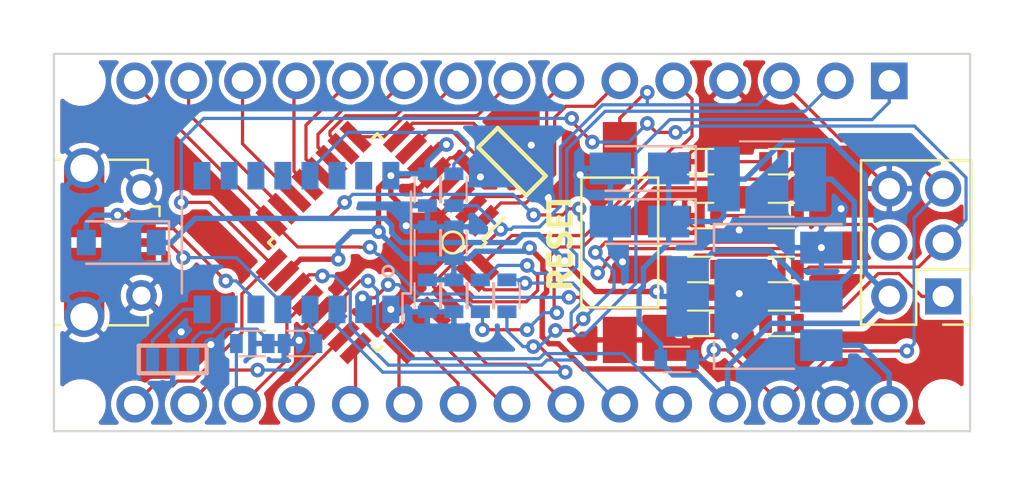
<source format=kicad_pcb>
(kicad_pcb (version 4) (host pcbnew 4.0.7)
  (layers (0 F.Cu signal) (31 B.Cu signal) (34 B.Paste user) (35 F.Paste user) (36 B.SilkS user) (37 F.SilkS user) (38 B.Mask user) (39 F.Mask user) (44 Edge.Cuts user))
  (net 0 "")
  (net 1 +3.3V)
  (net 2 GND)
  (net 3 +5V)
  (net 4 RESET)
  (net 5 "Net-(C6-Pad2)")
  (net 6 AREF)
  (net 7 "Net-(D1-Pad1)")
  (net 8 VUSB)
  (net 9 "Net-(D2-Pad1)")
  (net 10 TX)
  (net 11 "Net-(D3-Pad1)")
  (net 12 RX)
  (net 13 "Net-(D4-Pad1)")
  (net 14 D13/SCK)
  (net 15 "Net-(D5-Pad1)")
  (net 16 UD-)
  (net 17 UD+)
  (net 18 D12/MISO)
  (net 19 D11/MOSI)
  (net 20 D0/RX)
  (net 21 D1/TX)
  (net 22 VIN)
  (net 23 "Net-(U2-Pad7)")
  (net 24 "Net-(U2-Pad8)")
  (net 25 D3)
  (net 26 D4)
  (net 27 "Net-(U3-Pad7)")
  (net 28 "Net-(U3-Pad8)")
  (net 29 D5)
  (net 30 D6)
  (net 31 D7)
  (net 32 D8)
  (net 33 D9)
  (net 34 D10)
  (net 35 A6)
  (net 36 A7)
  (net 37 A0)
  (net 38 A1)
  (net 39 A2)
  (net 40 A3)
  (net 41 A4)
  (net 42 A5)
  (net 43 D2)
  (module Polymetric_Shields_and_Sockets:USB_Micro-B_Molex-105017-0001 (layer F.Cu) (at 1.778 8.89 270)
    (fp_text reference J1 hide)
    (fp_text value USB_OTG hide)
    (pad 6 smd rect (at 1 0.35 270) (size 1.5 1.9) (layers F.Cu F.Paste F.Mask) (net 2 GND))
    (pad 6 thru_hole circle (at -2.5 -2.35 270) (size 1.45 1.45) (drill 0.85) (layers *.Cu *.Mask) (net 2 GND))
    (pad 2 smd rect (at -0.65 -2.35 270) (size 0.4 1.35) (layers F.Cu F.Paste F.Mask) (net 16 UD-))
    (pad 1 smd rect (at -1.3 -2.35 270) (size 0.4 1.35) (layers F.Cu F.Paste F.Mask) (net 8 VUSB))
    (pad 5 smd rect (at 1.3 -2.35 270) (size 0.4 1.35) (layers F.Cu F.Paste F.Mask) (net 2 GND))
    (pad 4 smd rect (at 0.65 -2.35 270) (size 0.4 1.35) (layers F.Cu F.Paste F.Mask))
    (pad 3 smd rect (at 0 -2.35 270) (size 0.4 1.35) (layers F.Cu F.Paste F.Mask) (net 17 UD+))
    (pad 6 thru_hole circle (at 2.5 -2.35 270) (size 1.45 1.45) (drill 0.85) (layers *.Cu *.Mask) (net 2 GND))
    (pad 6 smd rect (at -1 0.35 270) (size 1.5 1.9) (layers F.Cu F.Paste F.Mask) (net 2 GND))
    (pad 6 thru_hole circle (at -3.5 0.35 90) (size 1.9 1.9) (drill 1.3) (layers *.Cu *.Mask) (net 2 GND))
    (pad 6 thru_hole circle (at 3.5 0.35 270) (size 1.9 1.9) (drill 1.3) (layers *.Cu *.Mask) (net 2 GND))
    (pad 6 smd rect (at 2.9 0.35 270) (size 1.2 1.9) (layers F.Cu F.Mask) (net 2 GND))
    (pad 6 smd rect (at -2.9 0.35 270) (size 1.2 1.9) (layers F.Cu F.Mask) (net 2 GND))
  )
  (module Polymetric_Capacitors_SMD:C_0603 (layer B.Cu) (at 11.6 13.65 180)
    (fp_text reference C1 hide)
    (fp_text value 100nF hide)
    (pad 1 smd rect (at -0.75 0 180) (size 0.6 0.9) (layers B.Cu B.Paste B.Mask) (net 1 +3.3V))
    (pad 2 smd rect (at 0.75 0 180) (size 0.6 0.9) (layers B.Cu B.Paste B.Mask) (net 2 GND))
  )
  (module Polymetric_Capacitors_SMD:C_0603 (layer B.Cu) (at 18.85 11.4 270)
    (fp_text reference C2 hide)
    (fp_text value 100nF hide)
    (pad 1 smd rect (at -0.75 0 270) (size 0.6 0.9) (layers B.Cu B.Paste B.Mask) (net 3 +5V))
    (pad 2 smd rect (at 0.75 0 270) (size 0.6 0.9) (layers B.Cu B.Paste B.Mask) (net 2 GND))
  )
  (module Polymetric_Capacitors_SMD:C_0603 (layer B.Cu) (at 17.6 8.9 90)
    (fp_text reference C3 hide)
    (fp_text value 100nF hide)
    (pad 1 smd rect (at -0.75 0 90) (size 0.6 0.9) (layers B.Cu B.Paste B.Mask) (net 3 +5V))
    (pad 2 smd rect (at 0.75 0 90) (size 0.6 0.9) (layers B.Cu B.Paste B.Mask) (net 2 GND))
  )
  (module Polymetric_Capacitors_SMD:C_0603 (layer B.Cu) (at 17.6 11.4 270)
    (fp_text reference C4 hide)
    (fp_text value 1uF hide)
    (pad 1 smd rect (at -0.75 0 270) (size 0.6 0.9) (layers B.Cu B.Paste B.Mask) (net 3 +5V))
    (pad 2 smd rect (at 0.75 0 270) (size 0.6 0.9) (layers B.Cu B.Paste B.Mask) (net 2 GND))
  )
  (module Polymetric_Capacitors_SMD:C_0603 (layer B.Cu) (at 18.85 8.9 90)
    (fp_text reference C5 hide)
    (fp_text value 1uF hide)
    (pad 1 smd rect (at -0.75 0 90) (size 0.6 0.9) (layers B.Cu B.Paste B.Mask) (net 3 +5V))
    (pad 2 smd rect (at 0.75 0 90) (size 0.6 0.9) (layers B.Cu B.Paste B.Mask) (net 2 GND))
  )
  (module Polymetric_Capacitors_SMD:C_0603 (layer B.Cu) (at 18.85 6.4 90)
    (fp_text reference C6 hide)
    (fp_text value 100nF hide)
    (pad 1 smd rect (at -0.75 0 90) (size 0.6 0.9) (layers B.Cu B.Paste B.Mask) (net 4 RESET))
    (pad 2 smd rect (at 0.75 0 90) (size 0.6 0.9) (layers B.Cu B.Paste B.Mask) (net 5 "Net-(C6-Pad2)"))
  )
  (module Polymetric_Capacitors_SMD:C_0603 (layer B.Cu) (at 17.6 6.4 270)
    (fp_text reference C7 hide)
    (fp_text value 1uF hide)
    (pad 1 smd rect (at -0.75 0 270) (size 0.6 0.9) (layers B.Cu B.Paste B.Mask) (net 3 +5V))
    (pad 2 smd rect (at 0.75 0 270) (size 0.6 0.9) (layers B.Cu B.Paste B.Mask) (net 2 GND))
  )
  (module Capacitors_Tantalum_SMD:CP_Tantalum_Case-A_EIA-3216-18_Reflow (layer B.Cu) (at 27.6 7.9 180)
    (fp_text reference C8 hide)
    (fp_text value 4.7uF/T hide)
    (pad 1 smd rect (at -1.375 0 180) (size 1.95 1.5) (layers B.Cu B.Paste B.Mask) (net 3 +5V))
    (pad 2 smd rect (at 1.375 0 180) (size 1.95 1.5) (layers B.Cu B.Paste B.Mask) (net 2 GND))
  )
  (module Capacitors_Tantalum_SMD:CP_Tantalum_Case-A_EIA-3216-18_Reflow (layer B.Cu) (at 27.6 5.4 180)
    (fp_text reference C9 hide)
    (fp_text value 4.7uF/T hide)
    (pad 1 smd rect (at -1.375 0 180) (size 1.95 1.5) (layers B.Cu B.Paste B.Mask) (net 3 +5V))
    (pad 2 smd rect (at 1.375 0 180) (size 1.95 1.5) (layers B.Cu B.Paste B.Mask) (net 2 GND))
  )
  (module Polymetric_Capacitors_SMD:C_0603 (layer B.Cu) (at 9.35 13.65)
    (fp_text reference C10 hide)
    (fp_text value 100nF hide)
    (pad 1 smd rect (at -0.75 0) (size 0.6 0.9) (layers B.Cu B.Paste B.Mask) (net 6 AREF))
    (pad 2 smd rect (at 0.75 0) (size 0.6 0.9) (layers B.Cu B.Paste B.Mask) (net 2 GND))
  )
  (module Diodes_SMD:D_SOD-123 (layer B.Cu) (at 3.175 8.89 180)
    (fp_text reference D1 hide)
    (fp_text value 1N5817 hide)
    (pad 1 smd rect (at -1.65 0 180) (size 0.9 1.2) (layers B.Cu B.Paste B.Mask) (net 7 "Net-(D1-Pad1)"))
    (pad 2 smd rect (at 1.65 0 180) (size 0.9 1.2) (layers B.Cu B.Paste B.Mask) (net 8 VUSB))
  )
  (module Polymetric_LEDs_SMD:LED_0603 (layer F.Cu) (at 34.29 7.62)
    (fp_text reference D2 hide)
    (fp_text value TX hide)
    (pad 1 smd rect (at -0.75 0) (size 0.6 0.9) (layers F.Cu F.Paste F.Mask) (net 9 "Net-(D2-Pad1)"))
    (pad 2 smd rect (at 0.75 0) (size 0.6 0.9) (layers F.Cu F.Paste F.Mask) (net 10 TX))
  )
  (module Polymetric_LEDs_SMD:LED_0603 (layer F.Cu) (at 34.29 5.08)
    (fp_text reference D3 hide)
    (fp_text value RX hide)
    (pad 1 smd rect (at -0.75 0) (size 0.6 0.9) (layers F.Cu F.Paste F.Mask) (net 11 "Net-(D3-Pad1)"))
    (pad 2 smd rect (at 0.75 0) (size 0.6 0.9) (layers F.Cu F.Paste F.Mask) (net 12 RX))
  )
  (module Polymetric_LEDs_SMD:LED_0603 (layer F.Cu) (at 34.29 10.16)
    (fp_text reference D4 hide)
    (fp_text value D13 hide)
    (pad 1 smd rect (at -0.75 0) (size 0.6 0.9) (layers F.Cu F.Paste F.Mask) (net 13 "Net-(D4-Pad1)"))
    (pad 2 smd rect (at 0.75 0) (size 0.6 0.9) (layers F.Cu F.Paste F.Mask) (net 14 D13/SCK))
  )
  (module Polymetric_LEDs_SMD:LED_0603 (layer F.Cu) (at 34.29 12.7)
    (fp_text reference D5 hide)
    (fp_text value PWR hide)
    (pad 1 smd rect (at -0.75 0) (size 0.6 0.9) (layers F.Cu F.Paste F.Mask) (net 15 "Net-(D5-Pad1)"))
    (pad 2 smd rect (at 0.75 0) (size 0.6 0.9) (layers F.Cu F.Paste F.Mask) (net 3 +5V))
  )
  (module Polymetric_Fuses_SMD:1812_PTC_Fuse (layer B.Cu) (at 33.6 5.9 180)
    (fp_text reference F1 hide)
    (fp_text value "MF-MSMF050-2 500mA" hide)
    (pad 1 smd rect (at -2.032 0 180) (size 1.524 3.048) (layers B.Cu B.Paste B.Mask) (net 7 "Net-(D1-Pad1)"))
    (pad 2 smd rect (at 2.032 0 180) (size 1.524 3.048) (layers B.Cu B.Paste B.Mask) (net 3 +5V))
  )
  (module Pin_Headers:Pin_Header_Straight_2x03_Pitch2.54mm (layer F.Cu) (at 41.91 11.43 180)
    (fp_text reference J2 hide)
    (fp_text value ICSP_Header hide)
    (pad 1 thru_hole rect (at 0 0 180) (size 1.7 1.7) (drill 1) (layers *.Cu *.Mask) (net 18 D12/MISO))
    (pad 2 thru_hole oval (at 2.54 0 180) (size 1.7 1.7) (drill 1) (layers *.Cu *.Mask) (net 3 +5V))
    (pad 3 thru_hole oval (at 0 2.54 180) (size 1.7 1.7) (drill 1) (layers *.Cu *.Mask) (net 14 D13/SCK))
    (pad 4 thru_hole oval (at 2.54 2.54 180) (size 1.7 1.7) (drill 1) (layers *.Cu *.Mask) (net 19 D11/MOSI))
    (pad 5 thru_hole oval (at 0 5.08 180) (size 1.7 1.7) (drill 1) (layers *.Cu *.Mask) (net 4 RESET))
    (pad 6 thru_hole oval (at 2.54 5.08 180) (size 1.7 1.7) (drill 1) (layers *.Cu *.Mask) (net 2 GND))
  )
  (module Polymetric_Resistors_SMD:R_0603 (layer F.Cu) (at 30.48 7.62 180)
    (fp_text reference R1 hide)
    (fp_text value 1K hide)
    (pad 1 smd rect (at -0.75 0 180) (size 0.6 0.9) (layers F.Cu F.Paste F.Mask) (net 9 "Net-(D2-Pad1)"))
    (pad 2 smd rect (at 0.75 0 180) (size 0.6 0.9) (layers F.Cu F.Paste F.Mask) (net 2 GND))
  )
  (module Polymetric_Resistors_SMD:R_0603 (layer F.Cu) (at 30.48 5.08 180)
    (fp_text reference R2 hide)
    (fp_text value 1K hide)
    (pad 1 smd rect (at -0.75 0 180) (size 0.6 0.9) (layers F.Cu F.Paste F.Mask) (net 11 "Net-(D3-Pad1)"))
    (pad 2 smd rect (at 0.75 0 180) (size 0.6 0.9) (layers F.Cu F.Paste F.Mask) (net 2 GND))
  )
  (module Polymetric_Resistors_SMD:R_0603 (layer F.Cu) (at 30.48 10.16)
    (fp_text reference R3 hide)
    (fp_text value 1K hide)
    (pad 1 smd rect (at -0.75 0) (size 0.6 0.9) (layers F.Cu F.Paste F.Mask) (net 2 GND))
    (pad 2 smd rect (at 0.75 0) (size 0.6 0.9) (layers F.Cu F.Paste F.Mask) (net 13 "Net-(D4-Pad1)"))
  )
  (module Polymetric_Resistors_SMD:R_0603 (layer F.Cu) (at 30.48 12.7)
    (fp_text reference R4 hide)
    (fp_text value 1K hide)
    (pad 1 smd rect (at -0.75 0) (size 0.6 0.9) (layers F.Cu F.Paste F.Mask) (net 2 GND))
    (pad 2 smd rect (at 0.75 0) (size 0.6 0.9) (layers F.Cu F.Paste F.Mask) (net 15 "Net-(D5-Pad1)"))
  )
  (module Polymetric_Resistors_SMD:R_0603 (layer B.Cu) (at 20.1 11.4 90)
    (fp_text reference R5 hide)
    (fp_text value 1K hide)
    (pad 1 smd rect (at -0.75 0 90) (size 0.6 0.9) (layers B.Cu B.Paste B.Mask) (net 12 RX))
    (pad 2 smd rect (at 0.75 0 90) (size 0.6 0.9) (layers B.Cu B.Paste B.Mask) (net 20 D0/RX))
  )
  (module Polymetric_Resistors_SMD:R_0603 (layer B.Cu) (at 21.35 11.4 90)
    (fp_text reference R6 hide)
    (fp_text value 1K hide)
    (pad 1 smd rect (at -0.75 0 90) (size 0.6 0.9) (layers B.Cu B.Paste B.Mask) (net 10 TX))
    (pad 2 smd rect (at 0.75 0 90) (size 0.6 0.9) (layers B.Cu B.Paste B.Mask) (net 21 D1/TX))
  )
  (module Polymetric_Resistors_SMD:R_0603 (layer B.Cu) (at 29.35 14.4)
    (fp_text reference R7 hide)
    (fp_text value 1K hide)
    (pad 1 smd rect (at -0.75 0) (size 0.6 0.9) (layers B.Cu B.Paste B.Mask) (net 3 +5V))
    (pad 2 smd rect (at 0.75 0) (size 0.6 0.9) (layers B.Cu B.Paste B.Mask) (net 4 RESET))
  )
  (module Buttons_Switches_SMD:SW_SPST_FSMSM (layer F.Cu) (at 26.67 8.89 90)
    (fp_text reference SW1 hide)
    (fp_text value RESET hide)
    (pad 1 smd rect (at -4.59 0 90) (size 2.18 1.6) (layers F.Cu F.Paste F.Mask) (net 2 GND))
    (pad 2 smd rect (at 4.59 0 90) (size 2.18 1.6) (layers F.Cu F.Paste F.Mask) (net 4 RESET))
  )
  (module TO_SOT_Packages_SMD:SOT-223 (layer B.Cu) (at 33.02 11.43 180)
    (fp_text reference U1 hide)
    (fp_text value LM1117-5.0 hide)
    (pad 4 smd rect (at 3.15 0 180) (size 2 3.8) (layers B.Cu B.Paste B.Mask) (net 7 "Net-(D1-Pad1)"))
    (pad 2 smd rect (at -3.15 0 180) (size 2 1.5) (layers B.Cu B.Paste B.Mask) (net 7 "Net-(D1-Pad1)"))
    (pad 3 smd rect (at -3.15 -2.3 180) (size 2 1.5) (layers B.Cu B.Paste B.Mask) (net 22 VIN))
    (pad 1 smd rect (at -3.15 2.3 180) (size 2 1.5) (layers B.Cu B.Paste B.Mask) (net 2 GND))
  )
  (module Housings_SSOP:SOP-16_4.4x10.4mm_Pitch1.27mm (layer B.Cu) (at 11.43 8.89 90)
    (fp_text reference U2 hide)
    (fp_text value CH340G hide)
    (pad 1 smd rect (at -3.15 4.45 90) (size 1.3 0.8) (layers B.Cu B.Paste B.Mask) (net 2 GND))
    (pad 2 smd rect (at -3.15 3.17 90) (size 1.3 0.8) (layers B.Cu B.Paste B.Mask) (net 12 RX))
    (pad 3 smd rect (at -3.15 1.91 90) (size 1.3 0.8) (layers B.Cu B.Paste B.Mask) (net 10 TX))
    (pad 4 smd rect (at -3.15 0.64 90) (size 1.3 0.8) (layers B.Cu B.Paste B.Mask) (net 1 +3.3V))
    (pad 5 smd rect (at -3.15 -0.64 90) (size 1.3 0.8) (layers B.Cu B.Paste B.Mask) (net 17 UD+))
    (pad 6 smd rect (at -3.15 -1.91 90) (size 1.3 0.8) (layers B.Cu B.Paste B.Mask) (net 16 UD-))
    (pad 7 smd rect (at -3.15 -3.17 90) (size 1.3 0.8) (layers B.Cu B.Paste B.Mask) (net 23 "Net-(U2-Pad7)"))
    (pad 8 smd rect (at -3.15 -4.45 90) (size 1.3 0.8) (layers B.Cu B.Paste B.Mask) (net 24 "Net-(U2-Pad8)"))
    (pad 9 smd rect (at 3.15 -4.45 90) (size 1.3 0.8) (layers B.Cu B.Paste B.Mask))
    (pad 10 smd rect (at 3.15 -3.17 90) (size 1.3 0.8) (layers B.Cu B.Paste B.Mask))
    (pad 11 smd rect (at 3.15 -1.91 90) (size 1.3 0.8) (layers B.Cu B.Paste B.Mask))
    (pad 12 smd rect (at 3.15 -0.64 90) (size 1.3 0.8) (layers B.Cu B.Paste B.Mask))
    (pad 13 smd rect (at 3.15 0.64 90) (size 1.3 0.8) (layers B.Cu B.Paste B.Mask) (net 5 "Net-(C6-Pad2)"))
    (pad 14 smd rect (at 3.15 1.91 90) (size 1.3 0.8) (layers B.Cu B.Paste B.Mask))
    (pad 15 smd rect (at 3.15 3.17 90) (size 1.3 0.8) (layers B.Cu B.Paste B.Mask))
    (pad 16 smd rect (at 3.15 4.45 90) (size 1.3 0.8) (layers B.Cu B.Paste B.Mask) (net 3 +5V))
  )
  (module Housings_QFP:TQFP-32_7x7mm_Pitch0.8mm (layer F.Cu) (at 15.24 8.89 225)
    (fp_text reference U3 hide)
    (fp_text value ATMEGA328P-AU hide)
    (pad 1 smd rect (at -4.25 -2.8 225) (size 1.6 0.55) (layers F.Cu F.Paste F.Mask) (net 25 D3))
    (pad 2 smd rect (at -4.25 -2 225) (size 1.6 0.55) (layers F.Cu F.Paste F.Mask) (net 26 D4))
    (pad 3 smd rect (at -4.25 -1.2 225) (size 1.6 0.55) (layers F.Cu F.Paste F.Mask) (net 2 GND))
    (pad 4 smd rect (at -4.25 -0.4 225) (size 1.6 0.55) (layers F.Cu F.Paste F.Mask) (net 3 +5V))
    (pad 5 smd rect (at -4.25 0.4 225) (size 1.6 0.55) (layers F.Cu F.Paste F.Mask) (net 2 GND))
    (pad 6 smd rect (at -4.25 1.2 225) (size 1.6 0.55) (layers F.Cu F.Paste F.Mask) (net 3 +5V))
    (pad 7 smd rect (at -4.25 2 225) (size 1.6 0.55) (layers F.Cu F.Paste F.Mask) (net 27 "Net-(U3-Pad7)"))
    (pad 8 smd rect (at -4.25 2.8 225) (size 1.6 0.55) (layers F.Cu F.Paste F.Mask) (net 28 "Net-(U3-Pad8)"))
    (pad 9 smd rect (at -2.8 4.25 315) (size 1.6 0.55) (layers F.Cu F.Paste F.Mask) (net 29 D5))
    (pad 10 smd rect (at -2 4.25 315) (size 1.6 0.55) (layers F.Cu F.Paste F.Mask) (net 30 D6))
    (pad 11 smd rect (at -1.2 4.25 315) (size 1.6 0.55) (layers F.Cu F.Paste F.Mask) (net 31 D7))
    (pad 12 smd rect (at -0.4 4.25 315) (size 1.6 0.55) (layers F.Cu F.Paste F.Mask) (net 32 D8))
    (pad 13 smd rect (at 0.4 4.25 315) (size 1.6 0.55) (layers F.Cu F.Paste F.Mask) (net 33 D9))
    (pad 14 smd rect (at 1.2 4.25 315) (size 1.6 0.55) (layers F.Cu F.Paste F.Mask) (net 34 D10))
    (pad 15 smd rect (at 2 4.25 315) (size 1.6 0.55) (layers F.Cu F.Paste F.Mask) (net 19 D11/MOSI))
    (pad 16 smd rect (at 2.8 4.25 315) (size 1.6 0.55) (layers F.Cu F.Paste F.Mask) (net 18 D12/MISO))
    (pad 17 smd rect (at 4.25 2.8 225) (size 1.6 0.55) (layers F.Cu F.Paste F.Mask) (net 14 D13/SCK))
    (pad 18 smd rect (at 4.25 2 225) (size 1.6 0.55) (layers F.Cu F.Paste F.Mask) (net 3 +5V))
    (pad 19 smd rect (at 4.25 1.2 225) (size 1.6 0.55) (layers F.Cu F.Paste F.Mask) (net 35 A6))
    (pad 20 smd rect (at 4.25 0.4 225) (size 1.6 0.55) (layers F.Cu F.Paste F.Mask) (net 6 AREF))
    (pad 21 smd rect (at 4.25 -0.4 225) (size 1.6 0.55) (layers F.Cu F.Paste F.Mask) (net 2 GND))
    (pad 22 smd rect (at 4.25 -1.2 225) (size 1.6 0.55) (layers F.Cu F.Paste F.Mask) (net 36 A7))
    (pad 23 smd rect (at 4.25 -2 225) (size 1.6 0.55) (layers F.Cu F.Paste F.Mask) (net 37 A0))
    (pad 24 smd rect (at 4.25 -2.8 225) (size 1.6 0.55) (layers F.Cu F.Paste F.Mask) (net 38 A1))
    (pad 25 smd rect (at 2.8 -4.25 315) (size 1.6 0.55) (layers F.Cu F.Paste F.Mask) (net 39 A2))
    (pad 26 smd rect (at 2 -4.25 315) (size 1.6 0.55) (layers F.Cu F.Paste F.Mask) (net 40 A3))
    (pad 27 smd rect (at 1.2 -4.25 315) (size 1.6 0.55) (layers F.Cu F.Paste F.Mask) (net 41 A4))
    (pad 28 smd rect (at 0.4 -4.25 315) (size 1.6 0.55) (layers F.Cu F.Paste F.Mask) (net 42 A5))
    (pad 29 smd rect (at -0.4 -4.25 315) (size 1.6 0.55) (layers F.Cu F.Paste F.Mask) (net 4 RESET))
    (pad 30 smd rect (at -1.2 -4.25 315) (size 1.6 0.55) (layers F.Cu F.Paste F.Mask) (net 20 D0/RX))
    (pad 31 smd rect (at -2 -4.25 315) (size 1.6 0.55) (layers F.Cu F.Paste F.Mask) (net 21 D1/TX))
    (pad 32 smd rect (at -2.8 -4.25 315) (size 1.6 0.55) (layers F.Cu F.Paste F.Mask) (net 43 D2))
  )
  (module Polymetric_Resonators_SMD:murata-resonator_SMD_CSTCE16M0V53-R0 (layer B.Cu) (at 5.6 14.4 180)
    (fp_text reference Y1 hide)
    (fp_text value 12MHz hide)
    (pad 1 smd rect (at -0.95 0 180) (size 0.6 1.5) (layers B.Cu B.Paste B.Mask) (net 23 "Net-(U2-Pad7)"))
    (pad 2 smd rect (at 0 0 180) (size 0.6 1.5) (layers B.Cu B.Paste B.Mask) (net 2 GND))
    (pad 3 smd rect (at 0.95 0 180) (size 0.6 1.5) (layers B.Cu B.Paste B.Mask) (net 24 "Net-(U2-Pad8)"))
  )
  (module Polymetric_Resonators_SMD:murata-resonator_SMD_CSTCE16M0V53-R0 (layer F.Cu) (at 21.59 5.08 315)
    (fp_text reference Y2 hide)
    (fp_text value 16MHz hide)
    (pad 1 smd rect (at -0.949999 0 315) (size 0.6 1.5) (layers F.Cu F.Paste F.Mask) (net 28 "Net-(U3-Pad8)"))
    (pad 2 smd rect (at 0 0 315) (size 0.6 1.5) (layers F.Cu F.Paste F.Mask) (net 2 GND))
    (pad 3 smd rect (at 0.949999 0 315) (size 0.6 1.5) (layers F.Cu F.Paste F.Mask) (net 27 "Net-(U3-Pad7)"))
  )
  (module Polymetric_Shields_and_Sockets:Arduino_Nano_Shield (layer F.Cu) (at 0 8.89 270)
    (fp_text reference XA1 hide)
    (fp_text value Arduino_Nano_Socket hide)
    (pad VIN thru_hole circle (at 7.62 -39.37 270) (size 1.7272 1.7272) (drill 1.016) (layers *.Cu *.Mask) (net 22 VIN))
    (pad GND2 thru_hole circle (at 7.62 -36.83 270) (size 1.7272 1.7272) (drill 1.016) (layers *.Cu *.Mask) (net 2 GND))
    (pad RST2 thru_hole circle (at 7.62 -34.29 270) (size 1.7272 1.7272) (drill 1.016) (layers *.Cu *.Mask) (net 4 RESET))
    (pad 5V thru_hole circle (at 7.62 -31.75 270) (size 1.7272 1.7272) (drill 1.016) (layers *.Cu *.Mask) (net 3 +5V))
    (pad A7 thru_hole circle (at 7.62 -29.21 270) (size 1.7272 1.7272) (drill 1.016) (layers *.Cu *.Mask) (net 36 A7))
    (pad A6 thru_hole circle (at 7.62 -26.67 270) (size 1.7272 1.7272) (drill 1.016) (layers *.Cu *.Mask) (net 35 A6))
    (pad A5 thru_hole circle (at 7.62 -24.13 270) (size 1.7272 1.7272) (drill 1.016) (layers *.Cu *.Mask) (net 42 A5))
    (pad A4 thru_hole circle (at 7.62 -21.59 270) (size 1.7272 1.7272) (drill 1.016) (layers *.Cu *.Mask) (net 41 A4))
    (pad A3 thru_hole circle (at 7.62 -19.05 270) (size 1.7272 1.7272) (drill 1.016) (layers *.Cu *.Mask) (net 40 A3))
    (pad A2 thru_hole circle (at 7.62 -16.51 270) (size 1.7272 1.7272) (drill 1.016) (layers *.Cu *.Mask) (net 39 A2))
    (pad A1 thru_hole circle (at 7.62 -13.97 270) (size 1.7272 1.7272) (drill 1.016) (layers *.Cu *.Mask) (net 38 A1))
    (pad A0 thru_hole circle (at 7.62 -11.43 270) (size 1.7272 1.7272) (drill 1.016) (layers *.Cu *.Mask) (net 37 A0))
    (pad AREF thru_hole circle (at 7.62 -8.89 270) (size 1.7272 1.7272) (drill 1.016) (layers *.Cu *.Mask) (net 6 AREF))
    (pad 3V3 thru_hole circle (at 7.62 -6.35 270) (size 1.7272 1.7272) (drill 1.016) (layers *.Cu *.Mask) (net 1 +3.3V))
    (pad D13 thru_hole circle (at 7.62 -3.81 270) (size 1.7272 1.7272) (drill 1.016) (layers *.Cu *.Mask) (net 14 D13/SCK))
    (pad D12 thru_hole circle (at -7.62 -3.81 270) (size 1.7272 1.7272) (drill 1.016) (layers *.Cu *.Mask) (net 18 D12/MISO))
    (pad D11 thru_hole circle (at -7.62 -6.35 270) (size 1.7272 1.7272) (drill 1.016) (layers *.Cu *.Mask) (net 19 D11/MOSI))
    (pad D10 thru_hole circle (at -7.62 -8.89 270) (size 1.7272 1.7272) (drill 1.016) (layers *.Cu *.Mask) (net 34 D10))
    (pad D9 thru_hole circle (at -7.62 -11.43 270) (size 1.7272 1.7272) (drill 1.016) (layers *.Cu *.Mask) (net 33 D9))
    (pad D8 thru_hole circle (at -7.62 -13.97 270) (size 1.7272 1.7272) (drill 1.016) (layers *.Cu *.Mask) (net 32 D8))
    (pad D7 thru_hole circle (at -7.62 -16.51 270) (size 1.7272 1.7272) (drill 1.016) (layers *.Cu *.Mask) (net 31 D7))
    (pad D6 thru_hole circle (at -7.62 -19.05 270) (size 1.7272 1.7272) (drill 1.016) (layers *.Cu *.Mask) (net 30 D6))
    (pad D5 thru_hole circle (at -7.62 -21.59 270) (size 1.7272 1.7272) (drill 1.016) (layers *.Cu *.Mask) (net 29 D5))
    (pad D4 thru_hole circle (at -7.62 -24.13 270) (size 1.7272 1.7272) (drill 1.016) (layers *.Cu *.Mask) (net 26 D4))
    (pad D3 thru_hole circle (at -7.62 -26.67 270) (size 1.7272 1.7272) (drill 1.016) (layers *.Cu *.Mask) (net 25 D3))
    (pad D2 thru_hole circle (at -7.62 -29.21 270) (size 1.7272 1.7272) (drill 1.016) (layers *.Cu *.Mask) (net 43 D2))
    (pad GND1 thru_hole circle (at -7.62 -31.75 270) (size 1.7272 1.7272) (drill 1.016) (layers *.Cu *.Mask) (net 2 GND))
    (pad RST1 thru_hole circle (at -7.62 -34.29 270) (size 1.7272 1.7272) (drill 1.016) (layers *.Cu *.Mask) (net 4 RESET))
    (pad D0 thru_hole circle (at -7.62 -36.83 270) (size 1.7272 1.7272) (drill 1.016) (layers *.Cu *.Mask) (net 20 D0/RX))
    (pad D1 thru_hole rect (at -7.62 -39.37 270) (size 1.7272 1.7272) (drill 1.016) (layers *.Cu *.Mask) (net 21 D1/TX))
    (pad "" np_thru_hole circle (at -7.62 -41.91 270) (size 1.85 1.85) (drill 1.85) (layers *.Cu *.Mask))
    (pad "" np_thru_hole circle (at 7.62 -41.91 270) (size 1.85 1.85) (drill 1.85) (layers *.Cu *.Mask))
    (pad "" np_thru_hole circle (at -7.62 -1.27 270) (size 1.85 1.85) (drill 1.85) (layers *.Cu *.Mask))
    (pad "" np_thru_hole circle (at 7.62 -1.27 270) (size 1.85 1.85) (drill 1.85) (layers *.Cu *.Mask))
  )
  (gr_circle (center 15.75 10.25) (end 16 10.25) (layer B.SilkS) (width 0.127))
  (gr_circle (center 18.796 8.89) (end 18.796 8.382) (layer F.SilkS) (width 0.127))
  (gr_line (start 0 0) (end 43.18 0) (angle 90) (layer Edge.Cuts) (width 0.1))
  (gr_line (start 0 17.78) (end 0 0) (angle 90) (layer Edge.Cuts) (width 0.1))
  (gr_line (start 43.18 17.78) (end 0 17.78) (angle 90) (layer Edge.Cuts) (width 0.1))
  (gr_line (start 43.18 0) (end 43.18 17.78) (angle 90) (layer Edge.Cuts) (width 0.1))
  (gr_text RESET (at 23.876 8.89 90) (layer F.SilkS) (effects (font (size 1 1) (thickness 0.25))))
  (segment (start 12.35 13.1224) (end 12.35 13.65) (width 0.1524) (layer B.Cu) (net 1))
  (segment (start 12.07 12.8424) (end 12.35 13.1224) (width 0.1524) (layer B.Cu) (net 1))
  (segment (start 12.07 12.04) (end 12.07 12.8424) (width 0.1524) (layer B.Cu) (net 1))
  (segment (start 9.115069 14.9) (end 9.600002 14.9) (width 0.1524) (layer F.Cu) (net 1))
  (segment (start 6.35 16.51) (end 7.96 14.9) (width 0.1524) (layer F.Cu) (net 1))
  (segment (start 10.084935 14.9) (end 9.600002 14.9) (width 0.1524) (layer B.Cu) (net 1))
  (segment (start 11.25 14.9) (end 10.084935 14.9) (width 0.1524) (layer B.Cu) (net 1))
  (segment (start 12.35 13.8) (end 11.25 14.9) (width 0.1524) (layer B.Cu) (net 1))
  (segment (start 12.35 13.65) (end 12.35 13.8) (width 0.1524) (layer B.Cu) (net 1))
  (via (at 9.600002 14.9) (size 0.6858) (drill 0.3302) (layers F.Cu B.Cu) (net 1))
  (segment (start 7.96 14.9) (end 9.115069 14.9) (width 0.1524) (layer F.Cu) (net 1))
  (segment (start 18.664314 4.9) (end 19.2 4.9) (width 0.1524) (layer F.Cu) (net 2))
  (segment (start 19.2 4.9) (end 20.1 5.8) (width 0.1524) (layer F.Cu) (net 2))
  (segment (start 17.962361 5.601953) (end 18.664314 4.9) (width 0.1524) (layer F.Cu) (net 2))
  (segment (start 7.4 13.7) (end 6.8 13.1) (width 0.1524) (layer F.Cu) (net 2))
  (segment (start 6.8 13.1) (end 6 13.1) (width 0.1524) (layer F.Cu) (net 2))
  (via (at 7.4 13.7) (size 0.6858) (drill 0.3302) (layers F.Cu B.Cu) (net 2))
  (segment (start 8.128601 12.971399) (end 7.4 13.7) (width 0.1524) (layer B.Cu) (net 2))
  (segment (start 10.1 13.65) (end 10.1 13.5) (width 0.1524) (layer B.Cu) (net 2))
  (segment (start 10.1 13.5) (end 9.571399 12.971399) (width 0.1524) (layer B.Cu) (net 2))
  (segment (start 9.571399 12.971399) (end 8.128601 12.971399) (width 0.1524) (layer B.Cu) (net 2))
  (segment (start 6 13.1) (end 4.29 11.39) (width 0.1524) (layer F.Cu) (net 2))
  (segment (start 4.29 11.39) (end 4.128 11.39) (width 0.1524) (layer F.Cu) (net 2))
  (segment (start 5.6 14.4) (end 5.6 13.5) (width 0.1524) (layer B.Cu) (net 2))
  (segment (start 5.6 13.5) (end 6 13.1) (width 0.1524) (layer B.Cu) (net 2))
  (via (at 6 13.1) (size 0.6858) (drill 0.3302) (layers F.Cu B.Cu) (net 2))
  (segment (start 11.554698 13.5) (end 11 13.5) (width 0.1524) (layer B.Cu) (net 2))
  (segment (start 11 13.5) (end 10.85 13.65) (width 0.1524) (layer B.Cu) (net 2))
  (segment (start 12.517639 12.178047) (end 11.554698 13.140988) (width 0.1524) (layer F.Cu) (net 2))
  (segment (start 11.554698 13.140988) (end 11.554698 13.5) (width 0.1524) (layer F.Cu) (net 2))
  (via (at 11.554698 13.5) (size 0.6858) (drill 0.3302) (layers F.Cu B.Cu) (net 2))
  (segment (start 29.73 5.08) (end 29.73 4.93) (width 0.1524) (layer F.Cu) (net 2))
  (segment (start 29.73 4.93) (end 30.258601 4.401399) (width 0.1524) (layer F.Cu) (net 2))
  (segment (start 30.258601 4.401399) (end 37.421399 4.401399) (width 0.1524) (layer F.Cu) (net 2))
  (segment (start 37.421399 4.401399) (end 38.520001 5.500001) (width 0.1524) (layer F.Cu) (net 2))
  (segment (start 38.520001 5.500001) (end 39.37 6.35) (width 0.1524) (layer F.Cu) (net 2))
  (segment (start 26.8 9.8) (end 26.225 9.225) (width 0.1524) (layer B.Cu) (net 2))
  (segment (start 26.225 9.225) (end 26.225 7.9) (width 0.1524) (layer B.Cu) (net 2))
  (segment (start 29.73 10.16) (end 27.16 10.16) (width 0.1524) (layer F.Cu) (net 2))
  (segment (start 27.16 10.16) (end 26.8 9.8) (width 0.1524) (layer F.Cu) (net 2))
  (via (at 26.8 9.8) (size 0.6858) (drill 0.3302) (layers F.Cu B.Cu) (net 2))
  (segment (start 32.1 13.3) (end 32.021399 13.378601) (width 0.1524) (layer F.Cu) (net 2))
  (segment (start 32.021399 13.378601) (end 30.258601 13.378601) (width 0.1524) (layer F.Cu) (net 2))
  (segment (start 30.258601 13.378601) (end 29.73 12.85) (width 0.1524) (layer F.Cu) (net 2))
  (segment (start 29.73 12.85) (end 29.73 12.7) (width 0.1524) (layer F.Cu) (net 2))
  (segment (start 32.3 11.3) (end 32.3 13.1) (width 0.1524) (layer B.Cu) (net 2))
  (segment (start 32.3 13.1) (end 32.1 13.3) (width 0.1524) (layer B.Cu) (net 2))
  (via (at 32.1 13.3) (size 0.6858) (drill 0.3302) (layers F.Cu B.Cu) (net 2))
  (segment (start 29.73 10.16) (end 29.73 10.31) (width 0.1524) (layer F.Cu) (net 2))
  (segment (start 29.73 10.31) (end 30.72 11.3) (width 0.1524) (layer F.Cu) (net 2))
  (segment (start 30.72 11.3) (end 32.3 11.3) (width 0.1524) (layer F.Cu) (net 2))
  (via (at 32.3 11.3) (size 0.6858) (drill 0.3302) (layers F.Cu B.Cu) (net 2))
  (segment (start 36.17 9.13) (end 36.17 8.2276) (width 0.1524) (layer B.Cu) (net 2))
  (segment (start 36.17 8.2276) (end 37.0976 7.3) (width 0.1524) (layer B.Cu) (net 2))
  (segment (start 37.0976 7.3) (end 37.1 7.3) (width 0.1524) (layer B.Cu) (net 2))
  (segment (start 34.342899 8.642899) (end 34.83 9.13) (width 0.1524) (layer B.Cu) (net 2))
  (segment (start 34.83 9.13) (end 36.17 9.13) (width 0.1524) (layer B.Cu) (net 2))
  (segment (start 32.3 8.3) (end 32.642899 8.642899) (width 0.1524) (layer B.Cu) (net 2))
  (segment (start 32.642899 8.642899) (end 34.342899 8.642899) (width 0.1524) (layer B.Cu) (net 2))
  (via (at 32.3 8.3) (size 0.6858) (drill 0.3302) (layers F.Cu B.Cu) (net 2))
  (segment (start 29.73 7.62) (end 29.73 7.77) (width 0.1524) (layer F.Cu) (net 2))
  (segment (start 29.73 7.77) (end 30.26 8.3) (width 0.1524) (layer F.Cu) (net 2))
  (segment (start 30.26 8.3) (end 32.3 8.3) (width 0.1524) (layer F.Cu) (net 2))
  (segment (start 29.73 10.16) (end 29.73 10.01) (width 0.1524) (layer F.Cu) (net 2))
  (segment (start 29.73 10.01) (end 30.258601 9.481399) (width 0.1524) (layer F.Cu) (net 2))
  (segment (start 30.258601 9.481399) (end 35.818601 9.481399) (width 0.1524) (layer F.Cu) (net 2))
  (segment (start 35.818601 9.481399) (end 36.17 9.13) (width 0.1524) (layer F.Cu) (net 2))
  (segment (start 26.225 5.4) (end 26.225 7.9) (width 0.1524) (layer B.Cu) (net 2))
  (segment (start 22.5 4.3) (end 23.3 5.1) (width 0.1524) (layer B.Cu) (net 2))
  (segment (start 23.3 5.1) (end 23.3 6.8) (width 0.1524) (layer B.Cu) (net 2))
  (segment (start 24.8 5.7) (end 25.925 5.7) (width 0.1524) (layer B.Cu) (net 2))
  (segment (start 25.925 5.7) (end 26.225 5.4) (width 0.1524) (layer B.Cu) (net 2))
  (segment (start 23.3 6.8) (end 24.4 5.7) (width 0.1524) (layer F.Cu) (net 2))
  (segment (start 24.4 5.7) (end 24.8 5.7) (width 0.1524) (layer F.Cu) (net 2))
  (via (at 24.8 5.7) (size 0.6858) (drill 0.3302) (layers F.Cu B.Cu) (net 2))
  (via (at 23.3 6.8) (size 0.6858) (drill 0.3302) (layers F.Cu B.Cu) (net 2))
  (segment (start 39.37 6.35) (end 38.05 6.35) (width 0.1524) (layer F.Cu) (net 2))
  (segment (start 38.05 6.35) (end 37.1 7.3) (width 0.1524) (layer F.Cu) (net 2))
  (via (at 37.1 7.3) (size 0.6858) (drill 0.3302) (layers F.Cu B.Cu) (net 2))
  (via (at 36.17 9.13) (size 0.6858) (drill 0.3302) (layers F.Cu B.Cu) (net 2))
  (segment (start 16.6 8.1) (end 16.6 8.584933) (width 0.1524) (layer F.Cu) (net 2))
  (segment (start 13.154034 11.541652) (end 12.517639 12.178047) (width 0.1524) (layer F.Cu) (net 2))
  (segment (start 14.824185 9.871501) (end 13.154034 11.541652) (width 0.1524) (layer F.Cu) (net 2))
  (segment (start 15.313432 9.871501) (end 14.824185 9.871501) (width 0.1524) (layer F.Cu) (net 2))
  (segment (start 16.6 8.584933) (end 15.313432 9.871501) (width 0.1524) (layer F.Cu) (net 2))
  (segment (start 16.6 11.32) (end 15.88 12.04) (width 0.1524) (layer F.Cu) (net 2))
  (segment (start 16.6 8.1) (end 16.6 11.32) (width 0.1524) (layer F.Cu) (net 2))
  (segment (start 17.6 12.15) (end 15.99 12.15) (width 0.1524) (layer B.Cu) (net 2))
  (segment (start 15.99 12.15) (end 15.88 12.04) (width 0.1524) (layer B.Cu) (net 2))
  (via (at 15.88 12.04) (size 0.6858) (drill 0.3302) (layers F.Cu B.Cu) (net 2))
  (segment (start 17.6 8.15) (end 16.65 8.15) (width 0.1524) (layer B.Cu) (net 2))
  (segment (start 16.65 8.15) (end 16.6 8.1) (width 0.1524) (layer B.Cu) (net 2))
  (via (at 16.6 8.1) (size 0.6858) (drill 0.3302) (layers F.Cu B.Cu) (net 2))
  (segment (start 20.1 5.8) (end 20.027056 5.8) (width 0.1524) (layer F.Cu) (net 2))
  (segment (start 20.027056 5.8) (end 19.093732 6.733324) (width 0.1524) (layer F.Cu) (net 2))
  (segment (start 22.5 4.3) (end 21 5.8) (width 0.1524) (layer B.Cu) (net 2))
  (segment (start 21 5.8) (end 20.1 5.8) (width 0.1524) (layer B.Cu) (net 2))
  (via (at 20.1 5.8) (size 0.6858) (drill 0.3302) (layers F.Cu B.Cu) (net 2))
  (segment (start 21.59 5.08) (end 21.72 5.08) (width 0.1524) (layer F.Cu) (net 2))
  (segment (start 21.72 5.08) (end 22.5 4.3) (width 0.1524) (layer F.Cu) (net 2))
  (via (at 22.5 4.3) (size 0.6858) (drill 0.3302) (layers F.Cu B.Cu) (net 2))
  (segment (start 18.42449 4.27151) (end 18.5 4.27151) (width 0.254) (layer B.Cu) (net 3))
  (segment (start 17.6 5.096) (end 18.42449 4.27151) (width 0.254) (layer B.Cu) (net 3))
  (segment (start 18.161434 4.27151) (end 18.5 4.27151) (width 0.254) (layer F.Cu) (net 3))
  (segment (start 17.396676 5.036268) (end 18.161434 4.27151) (width 0.254) (layer F.Cu) (net 3))
  (segment (start 17.6 5.65) (end 17.6 5.096) (width 0.254) (layer B.Cu) (net 3))
  (via (at 18.5 4.27151) (size 0.6858) (drill 0.3302) (layers F.Cu B.Cu) (net 3))
  (segment (start 16.336 7.1) (end 17.595686 7.1) (width 0.254) (layer F.Cu) (net 3))
  (segment (start 17.595686 7.1) (end 18.528047 6.167639) (width 0.254) (layer F.Cu) (net 3))
  (segment (start 15.88 5.74) (end 15.88 6.644) (width 0.254) (layer F.Cu) (net 3))
  (segment (start 15.88 6.644) (end 16.336 7.1) (width 0.254) (layer F.Cu) (net 3))
  (segment (start 15.88 5.74) (end 16.692944 5.74) (width 0.254) (layer F.Cu) (net 3))
  (segment (start 16.692944 5.74) (end 17.396676 5.036268) (width 0.254) (layer F.Cu) (net 3))
  (segment (start 23.219785 11.228947) (end 23.219785 10.371051) (width 0.254) (layer F.Cu) (net 3))
  (segment (start 23.219785 10.371051) (end 23.044389 10.195655) (width 0.254) (layer F.Cu) (net 3))
  (segment (start 23.044389 9.765429) (end 22.760929 9.481969) (width 0.254) (layer F.Cu) (net 3))
  (segment (start 23.044389 10.195655) (end 23.044389 9.765429) (width 0.254) (layer F.Cu) (net 3))
  (segment (start 23.015234 11.433498) (end 23.219785 11.228947) (width 0.254) (layer F.Cu) (net 3))
  (segment (start 24.972213 14.849401) (end 23.780996 13.658184) (width 0.254) (layer F.Cu) (net 3))
  (segment (start 23.015234 13.334588) (end 23.015234 11.433498) (width 0.254) (layer F.Cu) (net 3))
  (segment (start 23.33883 13.658184) (end 23.015234 13.334588) (width 0.254) (layer F.Cu) (net 3))
  (segment (start 31.75 16.51) (end 30.089401 14.849401) (width 0.254) (layer F.Cu) (net 3))
  (segment (start 22.760929 9.481969) (end 22.41803 9.13907) (width 0.254) (layer F.Cu) (net 3))
  (segment (start 30.089401 14.849401) (end 24.972213 14.849401) (width 0.254) (layer F.Cu) (net 3))
  (segment (start 23.780996 13.658184) (end 23.33883 13.658184) (width 0.254) (layer F.Cu) (net 3))
  (segment (start 31.568 5.9) (end 31.568 7.678) (width 0.254) (layer B.Cu) (net 3))
  (segment (start 31.568 7.678) (end 31.346 7.9) (width 0.254) (layer B.Cu) (net 3))
  (segment (start 31.346 7.9) (end 30.204 7.9) (width 0.254) (layer B.Cu) (net 3))
  (segment (start 30.204 7.9) (end 28.975 7.9) (width 0.254) (layer B.Cu) (net 3))
  (segment (start 34.387401 4.096599) (end 32.584 5.9) (width 0.254) (layer B.Cu) (net 3))
  (segment (start 38.240599 5.719677) (end 36.617521 4.096599) (width 0.254) (layer B.Cu) (net 3))
  (segment (start 36.617521 4.096599) (end 34.387401 4.096599) (width 0.254) (layer B.Cu) (net 3))
  (segment (start 39.37 11.43) (end 38.240599 10.300599) (width 0.254) (layer B.Cu) (net 3))
  (segment (start 38.240599 10.300599) (end 38.240599 5.719677) (width 0.254) (layer B.Cu) (net 3))
  (segment (start 32.584 5.9) (end 31.568 5.9) (width 0.254) (layer B.Cu) (net 3))
  (segment (start 19.554 9.65) (end 19.904 9.3) (width 0.254) (layer B.Cu) (net 3))
  (via (at 22.41803 9.13907) (size 0.6858) (drill 0.3302) (layers F.Cu B.Cu) (net 3))
  (segment (start 19.904 9.3) (end 22.2571 9.3) (width 0.254) (layer B.Cu) (net 3))
  (segment (start 22.2571 9.3) (end 22.41803 9.13907) (width 0.254) (layer B.Cu) (net 3))
  (segment (start 18.85 9.65) (end 19.554 9.65) (width 0.254) (layer B.Cu) (net 3))
  (segment (start 15.298706 8.377698) (end 15.298706 6.321294) (width 0.254) (layer F.Cu) (net 3))
  (via (at 15.88 5.74) (size 0.6858) (drill 0.3302) (layers F.Cu B.Cu) (net 3))
  (segment (start 15.298706 6.321294) (end 15.88 5.74) (width 0.254) (layer F.Cu) (net 3))
  (via (at 15.298706 8.377698) (size 0.6858) (drill 0.3302) (layers F.Cu B.Cu) (net 3))
  (segment (start 17.6 9.65) (end 16.571008 9.65) (width 0.254) (layer B.Cu) (net 3))
  (segment (start 16.571008 9.65) (end 15.298706 8.377698) (width 0.254) (layer B.Cu) (net 3))
  (segment (start 13.39924 9.00076) (end 13.39924 9.676317) (width 0.254) (layer B.Cu) (net 3))
  (segment (start 15.298706 8.377698) (end 14.022302 8.377698) (width 0.254) (layer B.Cu) (net 3))
  (segment (start 14.022302 8.377698) (end 13.39924 9.00076) (width 0.254) (layer B.Cu) (net 3))
  (segment (start 11.625256 9.676317) (end 12.914307 9.676317) (width 0.254) (layer F.Cu) (net 3))
  (segment (start 10.820583 10.48099) (end 11.625256 9.676317) (width 0.254) (layer F.Cu) (net 3))
  (via (at 13.39924 9.676317) (size 0.6858) (drill 0.3302) (layers F.Cu B.Cu) (net 3))
  (segment (start 12.914307 9.676317) (end 13.39924 9.676317) (width 0.254) (layer F.Cu) (net 3))
  (segment (start 17.6 5.65) (end 15.97 5.65) (width 0.254) (layer B.Cu) (net 3))
  (segment (start 15.97 5.65) (end 15.88 5.74) (width 0.254) (layer B.Cu) (net 3))
  (segment (start 39.37 11.43) (end 38.1 12.7) (width 0.254) (layer B.Cu) (net 3))
  (segment (start 38.1 12.7) (end 33.8 12.7) (width 0.254) (layer B.Cu) (net 3))
  (segment (start 31.75 14.75) (end 31.75 16.51) (width 0.254) (layer B.Cu) (net 3))
  (segment (start 33.8 12.7) (end 31.75 14.75) (width 0.254) (layer B.Cu) (net 3))
  (segment (start 28.6 13.696) (end 28.6 14.4) (width 0.254) (layer B.Cu) (net 3))
  (segment (start 27.577699 11.171034) (end 27.577699 12.673699) (width 0.254) (layer B.Cu) (net 3))
  (segment (start 27.577699 12.673699) (end 28.6 13.696) (width 0.254) (layer B.Cu) (net 3))
  (segment (start 27.784212 10.964521) (end 27.577699 11.171034) (width 0.254) (layer B.Cu) (net 3))
  (segment (start 27.784212 10.094788) (end 27.784212 10.964521) (width 0.254) (layer B.Cu) (net 3))
  (segment (start 28.975 8.904) (end 27.784212 10.094788) (width 0.254) (layer B.Cu) (net 3))
  (segment (start 28.975 7.9) (end 28.975 8.904) (width 0.254) (layer B.Cu) (net 3))
  (segment (start 17.6 9.65) (end 18.85 9.65) (width 0.254) (layer B.Cu) (net 3))
  (segment (start 18.85 10.65) (end 18.85 9.65) (width 0.254) (layer B.Cu) (net 3))
  (segment (start 17.6 10.65) (end 18.85 10.65) (width 0.254) (layer B.Cu) (net 3))
  (segment (start 28.975 7.9) (end 28.975 5.4) (width 0.254) (layer B.Cu) (net 3))
  (segment (start 39.37 11.43) (end 38.1 12.7) (width 0.254) (layer F.Cu) (net 3))
  (segment (start 38.1 12.7) (end 35.04 12.7) (width 0.254) (layer F.Cu) (net 3))
  (segment (start 28.6 14.4) (end 28.6 14.55) (width 0.254) (layer B.Cu) (net 3))
  (segment (start 28.6 14.55) (end 29.179401 15.129401) (width 0.254) (layer B.Cu) (net 3))
  (segment (start 29.179401 15.129401) (end 30.369401 15.129401) (width 0.254) (layer B.Cu) (net 3))
  (segment (start 30.369401 15.129401) (end 30.886401 15.646401) (width 0.254) (layer B.Cu) (net 3))
  (segment (start 30.886401 15.646401) (end 31.75 16.51) (width 0.254) (layer B.Cu) (net 3))
  (segment (start 35.153599 2.133599) (end 34.29 1.27) (width 0.1524) (layer F.Cu) (net 4))
  (segment (start 39.656588 4.096588) (end 37.116588 4.096588) (width 0.1524) (layer F.Cu) (net 4))
  (segment (start 41.91 6.35) (end 39.656588 4.096588) (width 0.1524) (layer F.Cu) (net 4))
  (segment (start 37.116588 4.096588) (end 35.153599 2.133599) (width 0.1524) (layer F.Cu) (net 4))
  (segment (start 34.29 1.27) (end 33.16 2.4) (width 0.1524) (layer B.Cu) (net 4))
  (segment (start 33.16 2.4) (end 28 2.4) (width 0.1524) (layer B.Cu) (net 4))
  (segment (start 25.852469 2.4) (end 23.871502 4.380967) (width 0.1524) (layer B.Cu) (net 4))
  (segment (start 21.540279 8.26769) (end 21.055346 8.26769) (width 0.1524) (layer B.Cu) (net 4))
  (segment (start 21.64682 8.161149) (end 21.540279 8.26769) (width 0.1524) (layer B.Cu) (net 4))
  (segment (start 23.871502 4.380967) (end 23.871502 7.169338) (width 0.1524) (layer B.Cu) (net 4))
  (segment (start 28 2.4) (end 25.852469 2.4) (width 0.1524) (layer B.Cu) (net 4))
  (segment (start 23.871502 7.169338) (end 22.879691 8.161149) (width 0.1524) (layer B.Cu) (net 4))
  (segment (start 22.879691 8.161149) (end 21.64682 8.161149) (width 0.1524) (layer B.Cu) (net 4))
  (segment (start 26.67 4.3) (end 26.67 3.03) (width 0.1524) (layer F.Cu) (net 4))
  (segment (start 26.67 3.03) (end 27.884787 1.815213) (width 0.1524) (layer F.Cu) (net 4))
  (segment (start 27.884787 1.815213) (end 27.965268 1.815213) (width 0.1524) (layer F.Cu) (net 4))
  (segment (start 31.584933 13.950111) (end 31.1 13.950111) (width 0.1524) (layer F.Cu) (net 4))
  (segment (start 31.730111 13.950111) (end 31.584933 13.950111) (width 0.1524) (layer F.Cu) (net 4))
  (segment (start 30.757101 14.29301) (end 31.1 13.950111) (width 0.1524) (layer B.Cu) (net 4))
  (segment (start 30.650111 14.4) (end 30.757101 14.29301) (width 0.1524) (layer B.Cu) (net 4))
  (segment (start 30.1 14.4) (end 30.650111 14.4) (width 0.1524) (layer B.Cu) (net 4))
  (via (at 31.1 13.950111) (size 0.6858) (drill 0.3302) (layers F.Cu B.Cu) (net 4))
  (segment (start 34.29 16.51) (end 31.730111 13.950111) (width 0.1524) (layer F.Cu) (net 4))
  (segment (start 27.965268 1.815213) (end 27.965268 2.365268) (width 0.1524) (layer B.Cu) (net 4))
  (segment (start 27.965268 2.365268) (end 28 2.4) (width 0.1524) (layer B.Cu) (net 4))
  (via (at 27.965268 1.815213) (size 0.6858) (drill 0.3302) (layers F.Cu B.Cu) (net 4))
  (segment (start 40.2 14) (end 40.542899 13.657101) (width 0.1524) (layer B.Cu) (net 4))
  (segment (start 40.542899 13.657101) (end 40.542899 7.717101) (width 0.1524) (layer B.Cu) (net 4))
  (segment (start 40.542899 7.717101) (end 41.060001 7.199999) (width 0.1524) (layer B.Cu) (net 4))
  (segment (start 41.060001 7.199999) (end 41.91 6.35) (width 0.1524) (layer B.Cu) (net 4))
  (segment (start 34.29 16.51) (end 36.8 14) (width 0.1524) (layer F.Cu) (net 4))
  (segment (start 36.8 14) (end 40.2 14) (width 0.1524) (layer F.Cu) (net 4))
  (via (at 40.2 14) (size 0.6858) (drill 0.3302) (layers F.Cu B.Cu) (net 4))
  (segment (start 20.469591 8.853445) (end 20.712447 8.610589) (width 0.1524) (layer F.Cu) (net 4))
  (segment (start 18.85 7.15) (end 19.937656 7.15) (width 0.1524) (layer B.Cu) (net 4))
  (segment (start 17.891652 10.975966) (end 17.891652 10.79408) (width 0.1524) (layer F.Cu) (net 4))
  (segment (start 19.937656 7.15) (end 20.712447 7.924791) (width 0.1524) (layer B.Cu) (net 4))
  (segment (start 18.528047 11.612361) (end 17.891652 10.975966) (width 0.1524) (layer F.Cu) (net 4))
  (via (at 21.055346 8.26769) (size 0.6858) (drill 0.3302) (layers F.Cu B.Cu) (net 4))
  (segment (start 20.712447 8.610589) (end 21.055346 8.26769) (width 0.1524) (layer F.Cu) (net 4))
  (segment (start 19.832287 8.853445) (end 20.469591 8.853445) (width 0.1524) (layer F.Cu) (net 4))
  (segment (start 17.891652 10.79408) (end 19.832287 8.853445) (width 0.1524) (layer F.Cu) (net 4))
  (segment (start 20.712447 7.924791) (end 21.055346 8.26769) (width 0.1524) (layer B.Cu) (net 4))
  (segment (start 19 3.7) (end 13.86 3.7) (width 0.1524) (layer B.Cu) (net 5))
  (segment (start 13.86 3.7) (end 12.07 5.49) (width 0.1524) (layer B.Cu) (net 5))
  (segment (start 12.07 5.49) (end 12.07 5.74) (width 0.1524) (layer B.Cu) (net 5))
  (segment (start 19.5 4.2) (end 19 3.7) (width 0.1524) (layer B.Cu) (net 5))
  (segment (start 19.5 4.5476) (end 19.5 4.2) (width 0.1524) (layer B.Cu) (net 5))
  (segment (start 18.85 5.65) (end 18.85 5.1976) (width 0.1524) (layer B.Cu) (net 5))
  (segment (start 18.85 5.1976) (end 19.5 4.5476) (width 0.1524) (layer B.Cu) (net 5))
  (segment (start 10.983196 12.581118) (end 11.315558 12.248756) (width 0.1524) (layer F.Cu) (net 6))
  (segment (start 11.315558 12.248756) (end 11.951953 11.612361) (width 0.1524) (layer F.Cu) (net 6))
  (segment (start 10.983196 14.416804) (end 10.983196 12.581118) (width 0.1524) (layer F.Cu) (net 6))
  (segment (start 8.89 16.51) (end 10.983196 14.416804) (width 0.1524) (layer F.Cu) (net 6))
  (segment (start 8.6 13.65) (end 8.6 16.22) (width 0.1524) (layer B.Cu) (net 6))
  (segment (start 8.6 16.22) (end 8.89 16.51) (width 0.1524) (layer B.Cu) (net 6))
  (segment (start 29.87 10.53) (end 29.87 11.43) (width 0.254) (layer B.Cu) (net 7))
  (segment (start 31.124 9.276) (end 29.87 10.53) (width 0.254) (layer B.Cu) (net 7))
  (segment (start 33.766 9.276) (end 31.124 9.276) (width 0.254) (layer B.Cu) (net 7))
  (segment (start 35.92 11.43) (end 33.766 9.276) (width 0.254) (layer B.Cu) (net 7))
  (segment (start 36.17 11.43) (end 35.92 11.43) (width 0.254) (layer B.Cu) (net 7))
  (segment (start 36.42 11.43) (end 36.17 11.43) (width 0.254) (layer B.Cu) (net 7))
  (segment (start 37.722301 10.127699) (end 36.42 11.43) (width 0.254) (layer B.Cu) (net 7))
  (segment (start 37.722301 6.974301) (end 37.722301 10.127699) (width 0.254) (layer B.Cu) (net 7))
  (segment (start 36.648 5.9) (end 37.722301 6.974301) (width 0.254) (layer B.Cu) (net 7))
  (segment (start 35.632 5.9) (end 36.648 5.9) (width 0.254) (layer B.Cu) (net 7))
  (segment (start 23.728611 9.401286) (end 24.07151 9.744185) (width 0.254) (layer B.Cu) (net 7))
  (segment (start 6.663603 7.755397) (end 15.597411 7.755397) (width 0.254) (layer B.Cu) (net 7))
  (segment (start 16.385759 8.89) (end 21.738225 8.89) (width 0.254) (layer B.Cu) (net 7))
  (segment (start 15.921007 8.078993) (end 15.921007 8.425248) (width 0.254) (layer B.Cu) (net 7))
  (segment (start 21.738225 8.89) (end 22.111465 8.51676) (width 0.254) (layer B.Cu) (net 7))
  (segment (start 15.597411 7.755397) (end 15.921007 8.078993) (width 0.254) (layer B.Cu) (net 7))
  (segment (start 15.921007 8.425248) (end 16.385759 8.89) (width 0.254) (layer B.Cu) (net 7))
  (segment (start 4.825 8.89) (end 5.529 8.89) (width 0.254) (layer B.Cu) (net 7))
  (segment (start 5.529 8.89) (end 6.663603 7.755397) (width 0.254) (layer B.Cu) (net 7))
  (segment (start 22.111465 8.51676) (end 22.844085 8.51676) (width 0.254) (layer B.Cu) (net 7))
  (segment (start 22.844085 8.51676) (end 23.728611 9.401286) (width 0.254) (layer B.Cu) (net 7))
  (segment (start 28.4 11.2) (end 25.527325 11.2) (width 0.254) (layer F.Cu) (net 7))
  (via (at 24.07151 9.744185) (size 0.6858) (drill 0.3302) (layers F.Cu B.Cu) (net 7))
  (segment (start 24.414409 10.087084) (end 24.07151 9.744185) (width 0.254) (layer F.Cu) (net 7))
  (segment (start 25.527325 11.2) (end 24.414409 10.087084) (width 0.254) (layer F.Cu) (net 7))
  (segment (start 28.4 11.214) (end 28.4 11.2) (width 0.254) (layer B.Cu) (net 7))
  (segment (start 29.87 11.43) (end 28.616 11.43) (width 0.254) (layer B.Cu) (net 7))
  (segment (start 28.616 11.43) (end 28.4 11.214) (width 0.254) (layer B.Cu) (net 7))
  (via (at 28.4 11.2) (size 0.6858) (drill 0.3302) (layers F.Cu B.Cu) (net 7))
  (segment (start 1.525 8.89) (end 1.525 7.975) (width 0.254) (layer B.Cu) (net 8))
  (segment (start 1.525 7.975) (end 1.9 7.6) (width 0.254) (layer B.Cu) (net 8))
  (segment (start 1.9 7.6) (end 3.000018 7.6) (width 0.254) (layer B.Cu) (net 8))
  (segment (start 4.128 7.59) (end 3.010018 7.59) (width 0.254) (layer F.Cu) (net 8))
  (segment (start 3.010018 7.59) (end 3.000018 7.6) (width 0.254) (layer F.Cu) (net 8))
  (via (at 3.000018 7.6) (size 0.6858) (drill 0.3302) (layers F.Cu B.Cu) (net 8))
  (segment (start 33.54 7.62) (end 31.23 7.62) (width 0.1524) (layer F.Cu) (net 9))
  (segment (start 25.862232 9.012571) (end 25.519333 9.35547) (width 0.1524) (layer F.Cu) (net 10))
  (segment (start 26.003301 8.871502) (end 25.862232 9.012571) (width 0.1524) (layer F.Cu) (net 10))
  (segment (start 35.04 7.77) (end 33.938498 8.871502) (width 0.1524) (layer F.Cu) (net 10))
  (segment (start 33.938498 8.871502) (end 26.003301 8.871502) (width 0.1524) (layer F.Cu) (net 10))
  (segment (start 35.04 7.62) (end 35.04 7.77) (width 0.1524) (layer F.Cu) (net 10))
  (segment (start 21.35 12.15) (end 21.35 13.034367) (width 0.1524) (layer B.Cu) (net 10))
  (segment (start 21.35 13.034367) (end 22.108788 13.793155) (width 0.1524) (layer B.Cu) (net 10))
  (segment (start 22.108788 13.793155) (end 22.593721 13.793155) (width 0.1524) (layer B.Cu) (net 10))
  (segment (start 24.948557 12.48904) (end 24.401715 13.035882) (width 0.1524) (layer F.Cu) (net 10))
  (segment (start 22.880263 13.793155) (end 22.593721 13.793155) (width 0.1524) (layer B.Cu) (net 10))
  (segment (start 23.637536 13.035882) (end 22.880263 13.793155) (width 0.1524) (layer B.Cu) (net 10))
  (segment (start 22.893155 13.793155) (end 22.593721 13.793155) (width 0.1524) (layer F.Cu) (net 10))
  (segment (start 24.1 15) (end 22.893155 13.793155) (width 0.1524) (layer F.Cu) (net 10))
  (segment (start 24.401715 13.035882) (end 24.122469 13.035882) (width 0.1524) (layer F.Cu) (net 10))
  (via (at 22.593721 13.793155) (size 0.6858) (drill 0.3302) (layers F.Cu B.Cu) (net 10))
  (via (at 23.637536 13.035882) (size 0.6858) (drill 0.3302) (layers F.Cu B.Cu) (net 10))
  (segment (start 24.122469 13.035882) (end 23.637536 13.035882) (width 0.1524) (layer F.Cu) (net 10))
  (segment (start 26.4 11.037597) (end 25.291456 12.146141) (width 0.1524) (layer B.Cu) (net 10))
  (via (at 24.948557 12.48904) (size 0.6858) (drill 0.3302) (layers F.Cu B.Cu) (net 10))
  (segment (start 25.291456 12.146141) (end 24.948557 12.48904) (width 0.1524) (layer B.Cu) (net 10))
  (segment (start 25.519333 9.35547) (end 26.4 10.236137) (width 0.1524) (layer B.Cu) (net 10))
  (segment (start 26.4 10.236137) (end 26.4 11.037597) (width 0.1524) (layer B.Cu) (net 10))
  (via (at 25.519333 9.35547) (size 0.6858) (drill 0.3302) (layers F.Cu B.Cu) (net 10))
  (via (at 24.1 15) (size 0.6858) (drill 0.3302) (layers F.Cu B.Cu) (net 10))
  (segment (start 13.34 12.04) (end 13.34 12.8424) (width 0.1524) (layer B.Cu) (net 10))
  (segment (start 13.34 12.8424) (end 15.4976 15) (width 0.1524) (layer B.Cu) (net 10))
  (segment (start 15.4976 15) (end 24.1 15) (width 0.1524) (layer B.Cu) (net 10))
  (segment (start 33.54 5.08) (end 31.23 5.08) (width 0.1524) (layer F.Cu) (net 11))
  (segment (start 35.04 5.08) (end 34.22 5.9) (width 0.1524) (layer F.Cu) (net 12))
  (segment (start 34.22 5.9) (end 28.131066 5.9) (width 0.1524) (layer F.Cu) (net 12))
  (segment (start 28.131066 5.9) (end 24.931066 9.1) (width 0.1524) (layer F.Cu) (net 12))
  (segment (start 24.931066 9.1) (end 23.8 9.1) (width 0.1524) (layer F.Cu) (net 12))
  (segment (start 23.8 9.1) (end 23.4 9.5) (width 0.1524) (layer F.Cu) (net 12))
  (segment (start 23.575396 12.075396) (end 23.7 12.2) (width 0.1524) (layer F.Cu) (net 12))
  (segment (start 23.4 9.5) (end 23.4 9.9) (width 0.1524) (layer F.Cu) (net 12))
  (segment (start 23.4 9.9) (end 23.575396 10.075396) (width 0.1524) (layer F.Cu) (net 12))
  (segment (start 23.575396 10.075396) (end 23.575396 12.075396) (width 0.1524) (layer F.Cu) (net 12))
  (segment (start 15.409629 11.219536) (end 15.752528 10.876637) (width 0.1524) (layer F.Cu) (net 12))
  (segment (start 19.95 12.15) (end 19.421399 11.621399) (width 0.1524) (layer B.Cu) (net 12))
  (segment (start 16.237461 10.876637) (end 15.752528 10.876637) (width 0.1524) (layer B.Cu) (net 12))
  (segment (start 15.131045 11.49812) (end 15.409629 11.219536) (width 0.1524) (layer F.Cu) (net 12))
  (via (at 15.752528 10.876637) (size 0.6858) (drill 0.3302) (layers F.Cu B.Cu) (net 12))
  (segment (start 14.540103 11.49812) (end 15.131045 11.49812) (width 0.1524) (layer F.Cu) (net 12))
  (segment (start 19.421399 11.621399) (end 16.993749 11.621399) (width 0.1524) (layer B.Cu) (net 12))
  (segment (start 16.993749 11.621399) (end 16.248987 10.876637) (width 0.1524) (layer B.Cu) (net 12))
  (segment (start 20.1 12.15) (end 19.95 12.15) (width 0.1524) (layer B.Cu) (net 12))
  (segment (start 16.248987 10.876637) (end 16.237461 10.876637) (width 0.1524) (layer B.Cu) (net 12))
  (segment (start 14.540103 11.983053) (end 14.540103 11.49812) (width 0.1524) (layer B.Cu) (net 12))
  (segment (start 14.59705 12.04) (end 14.540103 11.983053) (width 0.1524) (layer B.Cu) (net 12))
  (segment (start 14.6 12.04) (end 14.59705 12.04) (width 0.1524) (layer B.Cu) (net 12))
  (via (at 14.540103 11.49812) (size 0.6858) (drill 0.3302) (layers F.Cu B.Cu) (net 12))
  (segment (start 20.2 13) (end 20.2 12.25) (width 0.1524) (layer B.Cu) (net 12))
  (segment (start 20.2 12.25) (end 20.1 12.15) (width 0.1524) (layer B.Cu) (net 12))
  (segment (start 22.3 13) (end 20.2 13) (width 0.1524) (layer F.Cu) (net 12))
  (via (at 20.2 13) (size 0.6858) (drill 0.3302) (layers F.Cu B.Cu) (net 12))
  (segment (start 23.7 12.2) (end 23.1 12.2) (width 0.1524) (layer B.Cu) (net 12))
  (segment (start 23.1 12.2) (end 22.3 13) (width 0.1524) (layer B.Cu) (net 12))
  (via (at 22.3 13) (size 0.6858) (drill 0.3302) (layers F.Cu B.Cu) (net 12))
  (via (at 23.7 12.2) (size 0.6858) (drill 0.3302) (layers F.Cu B.Cu) (net 12))
  (segment (start 33.54 10.16) (end 33.0876 10.16) (width 0.1524) (layer F.Cu) (net 13))
  (segment (start 33.0876 10.16) (end 31.23 10.16) (width 0.1524) (layer F.Cu) (net 13))
  (segment (start 10.254897 9.915305) (end 10.254897 9.920103) (width 0.1524) (layer F.Cu) (net 14))
  (segment (start 10.254897 9.920103) (end 8.859738 11.315262) (width 0.1524) (layer F.Cu) (net 14))
  (segment (start 8.859738 11.315262) (end 8.859738 13.140262) (width 0.1524) (layer F.Cu) (net 14))
  (segment (start 8.859738 13.140262) (end 6.582201 15.417799) (width 0.1524) (layer F.Cu) (net 14))
  (segment (start 6.582201 15.417799) (end 5.825743 15.417799) (width 0.1524) (layer F.Cu) (net 14))
  (segment (start 5.825743 15.417799) (end 5.597141 15.646401) (width 0.1524) (layer F.Cu) (net 14))
  (segment (start 5.597141 15.646401) (end 4.673599 15.646401) (width 0.1524) (layer F.Cu) (net 14))
  (segment (start 4.673599 15.646401) (end 3.81 16.51) (width 0.1524) (layer F.Cu) (net 14))
  (segment (start 29.3 3.700002) (end 28.388973 3.700002) (width 0.1524) (layer F.Cu) (net 14))
  (segment (start 28.388973 3.700002) (end 27.965312 3.276341) (width 0.1524) (layer F.Cu) (net 14))
  (via (at 29.3 3.700002) (size 0.6858) (drill 0.3302) (layers F.Cu B.Cu) (net 14))
  (segment (start 42.988601 7.811399) (end 42.988601 5.832271) (width 0.1524) (layer B.Cu) (net 14))
  (segment (start 30.084935 3.4) (end 29.784933 3.700002) (width 0.1524) (layer B.Cu) (net 14))
  (segment (start 29.784933 3.700002) (end 29.3 3.700002) (width 0.1524) (layer B.Cu) (net 14))
  (segment (start 41.91 8.89) (end 42.988601 7.811399) (width 0.1524) (layer B.Cu) (net 14))
  (segment (start 42.988601 5.832271) (end 40.55633 3.4) (width 0.1524) (layer B.Cu) (net 14))
  (segment (start 40.55633 3.4) (end 30.084935 3.4) (width 0.1524) (layer B.Cu) (net 14))
  (segment (start 6 7) (end 7.339592 7) (width 0.1524) (layer F.Cu) (net 14))
  (segment (start 7.339592 7) (end 10.254897 9.915305) (width 0.1524) (layer F.Cu) (net 14))
  (segment (start 7.058918 3.041082) (end 6 4.1) (width 0.1524) (layer B.Cu) (net 14))
  (segment (start 6 4.1) (end 6 7) (width 0.1524) (layer B.Cu) (net 14))
  (via (at 6 7) (size 0.6858) (drill 0.3302) (layers F.Cu B.Cu) (net 14))
  (segment (start 24.403138 3.041082) (end 7.058918 3.041082) (width 0.1524) (layer B.Cu) (net 14))
  (segment (start 24.403138 3.183164) (end 24.403138 3.041082) (width 0.1524) (layer F.Cu) (net 14))
  (segment (start 25.374662 4.154688) (end 24.403138 3.183164) (width 0.1524) (layer F.Cu) (net 14))
  (segment (start 27.086965 4.154688) (end 25.859595 4.154688) (width 0.1524) (layer B.Cu) (net 14))
  (segment (start 27.965312 3.276341) (end 27.086965 4.154688) (width 0.1524) (layer B.Cu) (net 14))
  (via (at 24.403138 3.041082) (size 0.6858) (drill 0.3302) (layers F.Cu B.Cu) (net 14))
  (via (at 25.374662 4.154688) (size 0.6858) (drill 0.3302) (layers F.Cu B.Cu) (net 14))
  (segment (start 25.859595 4.154688) (end 25.374662 4.154688) (width 0.1524) (layer B.Cu) (net 14))
  (via (at 27.965312 3.276341) (size 0.6858) (drill 0.3302) (layers F.Cu B.Cu) (net 14))
  (segment (start 35.4924 10.16) (end 35.04 10.16) (width 0.1524) (layer F.Cu) (net 14))
  (segment (start 35.605812 10.046588) (end 35.4924 10.16) (width 0.1524) (layer F.Cu) (net 14))
  (segment (start 41.91 8.89) (end 40.753412 10.046588) (width 0.1524) (layer F.Cu) (net 14))
  (segment (start 40.753412 10.046588) (end 35.605812 10.046588) (width 0.1524) (layer F.Cu) (net 14))
  (segment (start 33.54 12.7) (end 33.0876 12.7) (width 0.1524) (layer F.Cu) (net 15))
  (segment (start 33.0876 12.7) (end 31.23 12.7) (width 0.1524) (layer F.Cu) (net 15))
  (segment (start 8.1 10.7) (end 8.584933 10.7) (width 0.1524) (layer B.Cu) (net 16))
  (segment (start 8.584933 10.7) (end 9.52 11.635067) (width 0.1524) (layer B.Cu) (net 16))
  (segment (start 9.52 11.635067) (end 9.52 12.04) (width 0.1524) (layer B.Cu) (net 16))
  (segment (start 4.128 8.24) (end 5.64 8.24) (width 0.1524) (layer F.Cu) (net 16))
  (segment (start 5.64 8.24) (end 8.1 10.7) (width 0.1524) (layer F.Cu) (net 16))
  (via (at 8.1 10.7) (size 0.6858) (drill 0.3302) (layers F.Cu B.Cu) (net 16))
  (segment (start 10.79 11.79) (end 10.79 12.04) (width 0.1524) (layer B.Cu) (net 17))
  (segment (start 8.6 9.6) (end 10.79 11.79) (width 0.1524) (layer B.Cu) (net 17))
  (segment (start 6.1 9.6) (end 8.6 9.6) (width 0.1524) (layer B.Cu) (net 17))
  (segment (start 4.128 8.89) (end 5.39 8.89) (width 0.1524) (layer F.Cu) (net 17))
  (segment (start 5.39 8.89) (end 6.1 9.6) (width 0.1524) (layer F.Cu) (net 17))
  (via (at 6.1 9.6) (size 0.6858) (drill 0.3302) (layers F.Cu B.Cu) (net 17))
  (segment (start 17.182646 11.316588) (end 19.547655 11.316588) (width 0.1524) (layer B.Cu) (net 18))
  (segment (start 25.251426 11.965835) (end 24.757962 11.472371) (width 0.1524) (layer F.Cu) (net 18))
  (segment (start 24.757962 11.472371) (end 24.273029 11.472371) (width 0.1524) (layer F.Cu) (net 18))
  (segment (start 41.91 11.43) (end 40.9076 11.43) (width 0.1524) (layer F.Cu) (net 18))
  (segment (start 37.237835 11.965835) (end 25.251426 11.965835) (width 0.1524) (layer F.Cu) (net 18))
  (segment (start 40.9076 11.43) (end 39.828999 10.351399) (width 0.1524) (layer F.Cu) (net 18))
  (segment (start 19.547655 11.316588) (end 19.703438 11.472371) (width 0.1524) (layer B.Cu) (net 18))
  (segment (start 15.23652 9.454427) (end 15.320485 9.454427) (width 0.1524) (layer B.Cu) (net 18))
  (segment (start 14.893621 9.111528) (end 15.23652 9.454427) (width 0.1524) (layer B.Cu) (net 18))
  (via (at 24.273029 11.472371) (size 0.6858) (drill 0.3302) (layers F.Cu B.Cu) (net 18))
  (segment (start 38.852271 10.351399) (end 37.237835 11.965835) (width 0.1524) (layer F.Cu) (net 18))
  (segment (start 39.828999 10.351399) (end 38.852271 10.351399) (width 0.1524) (layer F.Cu) (net 18))
  (segment (start 23.788096 11.472371) (end 24.273029 11.472371) (width 0.1524) (layer B.Cu) (net 18))
  (segment (start 19.703438 11.472371) (end 23.788096 11.472371) (width 0.1524) (layer B.Cu) (net 18))
  (segment (start 15.320485 9.454427) (end 17.182646 11.316588) (width 0.1524) (layer B.Cu) (net 18))
  (segment (start 10.254897 7.864695) (end 11.490174 9.099972) (width 0.1524) (layer F.Cu) (net 18))
  (segment (start 14.408688 9.111528) (end 14.893621 9.111528) (width 0.1524) (layer F.Cu) (net 18))
  (segment (start 11.490174 9.099972) (end 14.397132 9.099972) (width 0.1524) (layer F.Cu) (net 18))
  (segment (start 14.397132 9.099972) (end 14.408688 9.111528) (width 0.1524) (layer F.Cu) (net 18))
  (via (at 14.893621 9.111528) (size 0.6858) (drill 0.3302) (layers F.Cu B.Cu) (net 18))
  (segment (start 10.254897 7.864695) (end 3.81 1.419798) (width 0.1524) (layer F.Cu) (net 18))
  (segment (start 3.81 1.419798) (end 3.81 1.27) (width 0.1524) (layer F.Cu) (net 18))
  (segment (start 36.414175 8.040001) (end 35.277863 9.176313) (width 0.1524) (layer F.Cu) (net 19))
  (segment (start 35.277863 9.176313) (end 26.577863 9.176313) (width 0.1524) (layer F.Cu) (net 19))
  (segment (start 38.520001 8.040001) (end 36.414175 8.040001) (width 0.1524) (layer F.Cu) (net 19))
  (segment (start 39.37 8.89) (end 38.520001 8.040001) (width 0.1524) (layer F.Cu) (net 19))
  (segment (start 25.973787 9.979751) (end 25.630888 10.32265) (width 0.1524) (layer F.Cu) (net 19))
  (segment (start 25.973787 9.780389) (end 25.973787 9.979751) (width 0.1524) (layer F.Cu) (net 19))
  (segment (start 26.577863 9.176313) (end 25.973787 9.780389) (width 0.1524) (layer F.Cu) (net 19))
  (segment (start 24.269755 7.299999) (end 23.980106 7.589648) (width 0.1524) (layer F.Cu) (net 19))
  (via (at 22.60537 7.589648) (size 0.6858) (drill 0.3302) (layers F.Cu B.Cu) (net 19))
  (segment (start 13.7 7) (end 14.078601 6.621399) (width 0.1524) (layer B.Cu) (net 19))
  (segment (start 22.262471 7.246749) (end 22.60537 7.589648) (width 0.1524) (layer B.Cu) (net 19))
  (segment (start 21.637121 6.621399) (end 22.262471 7.246749) (width 0.1524) (layer B.Cu) (net 19))
  (segment (start 24.754688 7.299999) (end 24.269755 7.299999) (width 0.1524) (layer F.Cu) (net 19))
  (segment (start 23.980106 7.589648) (end 22.60537 7.589648) (width 0.1524) (layer F.Cu) (net 19))
  (segment (start 14.078601 6.621399) (end 21.637121 6.621399) (width 0.1524) (layer B.Cu) (net 19))
  (segment (start 24.947823 9.639585) (end 25.287989 9.979751) (width 0.1524) (layer B.Cu) (net 19))
  (segment (start 24.947823 7.978067) (end 24.947823 9.639585) (width 0.1524) (layer B.Cu) (net 19))
  (segment (start 25.287989 9.979751) (end 25.630888 10.32265) (width 0.1524) (layer B.Cu) (net 19))
  (segment (start 24.754688 7.299999) (end 24.754688 7.784932) (width 0.1524) (layer B.Cu) (net 19))
  (segment (start 24.754688 7.784932) (end 24.947823 7.978067) (width 0.1524) (layer B.Cu) (net 19))
  (via (at 25.630888 10.32265) (size 0.6858) (drill 0.3302) (layers F.Cu B.Cu) (net 19))
  (via (at 24.754688 7.299999) (size 0.6858) (drill 0.3302) (layers F.Cu B.Cu) (net 19))
  (segment (start 13.7 7) (end 12.976313 7.723687) (width 0.1524) (layer F.Cu) (net 19))
  (segment (start 11.24526 7.723687) (end 10.820583 7.29901) (width 0.1524) (layer F.Cu) (net 19))
  (segment (start 12.976313 7.723687) (end 11.24526 7.723687) (width 0.1524) (layer F.Cu) (net 19))
  (via (at 13.7 7) (size 0.6858) (drill 0.3302) (layers F.Cu B.Cu) (net 19))
  (segment (start 10.820583 7.29901) (end 6.35 2.828427) (width 0.1524) (layer F.Cu) (net 19))
  (segment (start 6.35 2.828427) (end 6.35 1.27) (width 0.1524) (layer F.Cu) (net 19))
  (segment (start 19.093732 11.046676) (end 19.730127 11.683071) (width 0.1524) (layer F.Cu) (net 20))
  (segment (start 19.730127 11.683071) (end 22.262752 11.683071) (width 0.1524) (layer F.Cu) (net 20))
  (segment (start 22.262752 11.683071) (end 22.8 11.145823) (width 0.1524) (layer F.Cu) (net 20))
  (segment (start 22.647187 10.312428) (end 22.304288 9.969529) (width 0.1524) (layer F.Cu) (net 20))
  (segment (start 22.8 11.145823) (end 22.8 10.465241) (width 0.1524) (layer F.Cu) (net 20))
  (segment (start 22.8 10.465241) (end 22.647187 10.312428) (width 0.1524) (layer F.Cu) (net 20))
  (segment (start 24.643012 9.469863) (end 24.643012 10.018507) (width 0.1524) (layer B.Cu) (net 20))
  (segment (start 24.311878 10.349641) (end 22.6844 10.349641) (width 0.1524) (layer B.Cu) (net 20))
  (segment (start 24.176313 9.003164) (end 24.643012 9.469863) (width 0.1524) (layer B.Cu) (net 20))
  (segment (start 22.6844 10.349641) (end 22.647187 10.312428) (width 0.1524) (layer B.Cu) (net 20))
  (segment (start 24.176313 4.507239) (end 24.176313 9.003164) (width 0.1524) (layer B.Cu) (net 20))
  (segment (start 24.643012 10.018507) (end 24.311878 10.349641) (width 0.1524) (layer B.Cu) (net 20))
  (segment (start 25.978741 2.704811) (end 24.176313 4.507239) (width 0.1524) (layer B.Cu) (net 20))
  (segment (start 35.395189 2.704811) (end 25.978741 2.704811) (width 0.1524) (layer B.Cu) (net 20))
  (segment (start 22.647187 10.312428) (end 22.304288 9.969529) (width 0.1524) (layer B.Cu) (net 20))
  (segment (start 36.83 1.27) (end 35.395189 2.704811) (width 0.1524) (layer B.Cu) (net 20))
  (via (at 22.304288 9.969529) (size 0.6858) (drill 0.3302) (layers F.Cu B.Cu) (net 20))
  (segment (start 20.25 10.65) (end 20.930471 9.969529) (width 0.1524) (layer B.Cu) (net 20))
  (segment (start 20.1 10.65) (end 20.25 10.65) (width 0.1524) (layer B.Cu) (net 20))
  (segment (start 20.930471 9.969529) (end 21.819355 9.969529) (width 0.1524) (layer B.Cu) (net 20))
  (segment (start 21.819355 9.969529) (end 22.304288 9.969529) (width 0.1524) (layer B.Cu) (net 20))
  (segment (start 39.37 2.286) (end 39.37 1.27) (width 0.1524) (layer B.Cu) (net 21))
  (segment (start 27.428601 10.817223) (end 27.428601 4.693542) (width 0.1524) (layer B.Cu) (net 21))
  (segment (start 24.377007 12.214215) (end 24.377007 12.956) (width 0.1524) (layer B.Cu) (net 21))
  (segment (start 24.447689 10.801209) (end 24.84453 11.19805) (width 0.1524) (layer B.Cu) (net 21))
  (segment (start 24.377007 12.956) (end 24.692509 13.271502) (width 0.1524) (layer B.Cu) (net 21))
  (segment (start 24.974322 13.271502) (end 27.428601 10.817223) (width 0.1524) (layer B.Cu) (net 21))
  (segment (start 24.84453 11.746692) (end 24.377007 12.214215) (width 0.1524) (layer B.Cu) (net 21))
  (segment (start 22.199849 10.801209) (end 24.447689 10.801209) (width 0.1524) (layer B.Cu) (net 21))
  (segment (start 38.560811 3.095189) (end 39.37 2.286) (width 0.1524) (layer B.Cu) (net 21))
  (segment (start 24.692509 13.271502) (end 24.974322 13.271502) (width 0.1524) (layer B.Cu) (net 21))
  (segment (start 29.026954 3.095189) (end 38.560811 3.095189) (width 0.1524) (layer B.Cu) (net 21))
  (segment (start 27.428601 4.693542) (end 29.026954 3.095189) (width 0.1524) (layer B.Cu) (net 21))
  (segment (start 24.84453 11.19805) (end 24.84453 11.746692) (width 0.1524) (layer B.Cu) (net 21))
  (via (at 22.199849 10.801209) (size 0.6858) (drill 0.3302) (layers F.Cu B.Cu) (net 21))
  (segment (start 22.04864 10.65) (end 22.199849 10.801209) (width 0.1524) (layer B.Cu) (net 21))
  (segment (start 19.659417 10.48099) (end 20.295812 11.117385) (width 0.1524) (layer F.Cu) (net 21))
  (segment (start 20.295812 11.117385) (end 21.883673 11.117385) (width 0.1524) (layer F.Cu) (net 21))
  (segment (start 21.883673 11.117385) (end 22.199849 10.801209) (width 0.1524) (layer F.Cu) (net 21))
  (segment (start 21.35 10.65) (end 22.04864 10.65) (width 0.1524) (layer B.Cu) (net 21))
  (segment (start 39.37 16.51) (end 39.37 15.07) (width 0.254) (layer B.Cu) (net 22))
  (segment (start 39.37 15.07) (end 38.03 13.73) (width 0.254) (layer B.Cu) (net 22))
  (segment (start 38.03 13.73) (end 36.17 13.73) (width 0.254) (layer B.Cu) (net 22))
  (segment (start 8.26 12.29) (end 8.26 12.04) (width 0.1524) (layer B.Cu) (net 23))
  (segment (start 7.421502 13.128498) (end 8.26 12.29) (width 0.1524) (layer B.Cu) (net 23))
  (segment (start 6.55 13.4976) (end 6.919102 13.128498) (width 0.1524) (layer B.Cu) (net 23))
  (segment (start 6.919102 13.128498) (end 7.421502 13.128498) (width 0.1524) (layer B.Cu) (net 23))
  (segment (start 6.55 14.4) (end 6.55 13.4976) (width 0.1524) (layer B.Cu) (net 23))
  (segment (start 4.65 14.4) (end 4.65 13.4976) (width 0.1524) (layer B.Cu) (net 24))
  (segment (start 4.65 13.4976) (end 6.1076 12.04) (width 0.1524) (layer B.Cu) (net 24))
  (segment (start 6.1076 12.04) (end 6.4276 12.04) (width 0.1524) (layer B.Cu) (net 24))
  (segment (start 6.4276 12.04) (end 6.98 12.04) (width 0.1524) (layer B.Cu) (net 24))
  (segment (start 20.225103 7.864695) (end 21.061299 7.028499) (width 0.1524) (layer F.Cu) (net 25))
  (segment (start 21.061299 7.028499) (end 22.243629 7.028499) (width 0.1524) (layer F.Cu) (net 25))
  (segment (start 22.243629 7.028499) (end 23.6 5.672128) (width 0.1524) (layer F.Cu) (net 25))
  (segment (start 23.6 5.672128) (end 23.6 2.998398) (width 0.1524) (layer F.Cu) (net 25))
  (segment (start 23.6 2.998398) (end 24.128818 2.46958) (width 0.1524) (layer F.Cu) (net 25))
  (segment (start 24.128818 2.46958) (end 25.47042 2.46958) (width 0.1524) (layer F.Cu) (net 25))
  (segment (start 25.806401 2.133599) (end 26.67 1.27) (width 0.1524) (layer F.Cu) (net 25))
  (segment (start 25.47042 2.46958) (end 25.806401 2.133599) (width 0.1524) (layer F.Cu) (net 25))
  (segment (start 19.659417 7.29901) (end 20.234739 6.723688) (width 0.1524) (layer F.Cu) (net 26))
  (segment (start 20.234739 6.723688) (end 22.037382 6.723688) (width 0.1524) (layer F.Cu) (net 26))
  (segment (start 22.037382 6.723688) (end 23.232823 5.528247) (width 0.1524) (layer F.Cu) (net 26))
  (segment (start 23.232823 5.338859) (end 23.223687 5.329723) (width 0.1524) (layer F.Cu) (net 26))
  (segment (start 23.232823 5.528247) (end 23.232823 5.338859) (width 0.1524) (layer F.Cu) (net 26))
  (segment (start 23.266401 2.133599) (end 24.13 1.27) (width 0.1524) (layer F.Cu) (net 26))
  (segment (start 23.223687 5.329723) (end 23.223687 2.176313) (width 0.1524) (layer F.Cu) (net 26))
  (segment (start 23.223687 2.176313) (end 23.266401 2.133599) (width 0.1524) (layer F.Cu) (net 26))
  (segment (start 21.660711 6.352791) (end 22.261751 5.751751) (width 0.1524) (layer F.Cu) (net 27))
  (segment (start 21.478827 6.352791) (end 21.660711 6.352791) (width 0.1524) (layer F.Cu) (net 27))
  (segment (start 18.754535 3.628499) (end 21.478827 6.352791) (width 0.1524) (layer F.Cu) (net 27))
  (segment (start 17.673074 3.628499) (end 18.754535 3.628499) (width 0.1524) (layer F.Cu) (net 27))
  (segment (start 16.83099 4.470583) (end 17.673074 3.628499) (width 0.1524) (layer F.Cu) (net 27))
  (segment (start 16.265305 3.904897) (end 16.9017 3.268502) (width 0.1524) (layer F.Cu) (net 28))
  (segment (start 16.9017 3.268502) (end 19.778502 3.268502) (width 0.1524) (layer F.Cu) (net 28))
  (segment (start 19.778502 3.268502) (end 20.635407 4.125407) (width 0.1524) (layer F.Cu) (net 28))
  (segment (start 20.635407 4.125407) (end 20.918249 4.408249) (width 0.1524) (layer F.Cu) (net 28))
  (segment (start 15.553091 3.904897) (end 16.541841 2.916147) (width 0.1524) (layer F.Cu) (net 29))
  (segment (start 14.214695 3.904897) (end 15.553091 3.904897) (width 0.1524) (layer F.Cu) (net 29))
  (segment (start 16.541841 2.916147) (end 19.943853 2.916147) (width 0.1524) (layer F.Cu) (net 29))
  (segment (start 19.943853 2.916147) (end 20.726401 2.133599) (width 0.1524) (layer F.Cu) (net 29))
  (segment (start 20.726401 2.133599) (end 21.59 1.27) (width 0.1524) (layer F.Cu) (net 29))
  (segment (start 17.708664 2.611336) (end 18.186401 2.133599) (width 0.1524) (layer F.Cu) (net 30))
  (segment (start 16.415585 2.611336) (end 17.708664 2.611336) (width 0.1524) (layer F.Cu) (net 30))
  (segment (start 13.748769 2.916147) (end 16.110775 2.916147) (width 0.1524) (layer F.Cu) (net 30))
  (segment (start 13.012615 3.652301) (end 13.748769 2.916147) (width 0.1524) (layer F.Cu) (net 30))
  (segment (start 18.186401 2.133599) (end 19.05 1.27) (width 0.1524) (layer F.Cu) (net 30))
  (segment (start 16.110775 2.916147) (end 16.415585 2.611336) (width 0.1524) (layer F.Cu) (net 30))
  (segment (start 13.012615 3.834188) (end 13.012615 3.652301) (width 0.1524) (layer F.Cu) (net 30))
  (segment (start 13.64901 4.470583) (end 13.012615 3.834188) (width 0.1524) (layer F.Cu) (net 30))
  (segment (start 15.646401 2.133599) (end 16.51 1.27) (width 0.1524) (layer F.Cu) (net 31))
  (segment (start 13.622513 2.611336) (end 15.168664 2.611336) (width 0.1524) (layer F.Cu) (net 31))
  (segment (start 12.446929 3.78692) (end 13.622513 2.611336) (width 0.1524) (layer F.Cu) (net 31))
  (segment (start 12.446929 4.399873) (end 12.446929 3.78692) (width 0.1524) (layer F.Cu) (net 31))
  (segment (start 15.168664 2.611336) (end 15.646401 2.133599) (width 0.1524) (layer F.Cu) (net 31))
  (segment (start 13.083324 5.036268) (end 12.446929 4.399873) (width 0.1524) (layer F.Cu) (net 31))
  (segment (start 12.517639 5.601953) (end 11.881244 4.965558) (width 0.1524) (layer F.Cu) (net 32))
  (segment (start 11.881244 4.965558) (end 11.881244 3.358756) (width 0.1524) (layer F.Cu) (net 32))
  (segment (start 11.881244 3.358756) (end 13.106401 2.133599) (width 0.1524) (layer F.Cu) (net 32))
  (segment (start 13.106401 2.133599) (end 13.97 1.27) (width 0.1524) (layer F.Cu) (net 32))
  (segment (start 11.951953 6.167639) (end 11.315558 5.531244) (width 0.1524) (layer F.Cu) (net 33))
  (segment (start 11.315558 5.531244) (end 11.315558 1.384442) (width 0.1524) (layer F.Cu) (net 33))
  (segment (start 11.315558 1.384442) (end 11.43 1.27) (width 0.1524) (layer F.Cu) (net 33))
  (segment (start 11.386268 6.733324) (end 8.89 4.237056) (width 0.1524) (layer F.Cu) (net 34))
  (segment (start 8.89 4.237056) (end 8.89 1.27) (width 0.1524) (layer F.Cu) (net 34))
  (segment (start 24.588498 14.428498) (end 23.235269 14.428498) (width 0.1524) (layer B.Cu) (net 35))
  (segment (start 23.235269 14.428498) (end 22.994299 14.669468) (width 0.1524) (layer B.Cu) (net 35))
  (segment (start 22.994299 14.669468) (end 15.767986 14.669468) (width 0.1524) (layer B.Cu) (net 35))
  (segment (start 15.767986 14.669468) (end 13.968601 12.870083) (width 0.1524) (layer B.Cu) (net 35))
  (segment (start 13.968601 12.870083) (end 13.968601 11.207119) (width 0.1524) (layer B.Cu) (net 35))
  (segment (start 13.228387 10.466905) (end 13.137001 10.466905) (width 0.1524) (layer B.Cu) (net 35))
  (segment (start 13.137001 10.466905) (end 12.652068 10.466905) (width 0.1524) (layer B.Cu) (net 35))
  (segment (start 13.968601 11.207119) (end 13.228387 10.466905) (width 0.1524) (layer B.Cu) (net 35))
  (segment (start 26.67 16.51) (end 24.588498 14.428498) (width 0.1524) (layer B.Cu) (net 35))
  (segment (start 12.595444 10.410281) (end 12.652068 10.466905) (width 0.1524) (layer F.Cu) (net 35))
  (via (at 12.652068 10.466905) (size 0.6858) (drill 0.3302) (layers F.Cu B.Cu) (net 35))
  (segment (start 11.386268 11.046676) (end 12.022663 10.410281) (width 0.1524) (layer F.Cu) (net 35))
  (segment (start 12.022663 10.410281) (end 12.595444 10.410281) (width 0.1524) (layer F.Cu) (net 35))
  (segment (start 16.743176 14.364657) (end 15.251399 12.87288) (width 0.1524) (layer B.Cu) (net 36))
  (segment (start 22.868043 14.364657) (end 16.743176 14.364657) (width 0.1524) (layer B.Cu) (net 36))
  (segment (start 26.823687 14.123687) (end 23.109013 14.123687) (width 0.1524) (layer B.Cu) (net 36))
  (segment (start 29.21 16.51) (end 26.823687 14.123687) (width 0.1524) (layer B.Cu) (net 36))
  (segment (start 23.109013 14.123687) (end 22.868043 14.364657) (width 0.1524) (layer B.Cu) (net 36))
  (segment (start 15.251399 12.87288) (end 15.251399 11.151399) (width 0.1524) (layer B.Cu) (net 36))
  (segment (start 15.251399 11.151399) (end 15.2 11.1) (width 0.1524) (layer B.Cu) (net 36))
  (segment (start 15.2 11.099847) (end 14.802039 10.701886) (width 0.1524) (layer B.Cu) (net 36))
  (segment (start 15.2 11.1) (end 15.2 11.099847) (width 0.1524) (layer B.Cu) (net 36))
  (segment (start 13.083324 12.743732) (end 13.719719 12.107337) (width 0.1524) (layer F.Cu) (net 36))
  (segment (start 13.719719 12.107337) (end 13.719719 11.407033) (width 0.1524) (layer F.Cu) (net 36))
  (segment (start 14.424866 10.701886) (end 14.802039 10.701886) (width 0.1524) (layer F.Cu) (net 36))
  (segment (start 13.719719 11.407033) (end 14.424866 10.701886) (width 0.1524) (layer F.Cu) (net 36))
  (via (at 14.802039 10.701886) (size 0.6858) (drill 0.3302) (layers F.Cu B.Cu) (net 36))
  (segment (start 13.64901 13.309417) (end 11.43 15.528427) (width 0.1524) (layer F.Cu) (net 37))
  (segment (start 11.43 15.528427) (end 11.43 16.51) (width 0.1524) (layer F.Cu) (net 37))
  (segment (start 14.214695 13.875103) (end 14.214695 16.265305) (width 0.1524) (layer F.Cu) (net 38))
  (segment (start 14.214695 16.265305) (end 13.97 16.51) (width 0.1524) (layer F.Cu) (net 38))
  (segment (start 16.265305 13.875103) (end 16.265305 16.265305) (width 0.1524) (layer F.Cu) (net 39))
  (segment (start 16.265305 16.265305) (end 16.51 16.51) (width 0.1524) (layer F.Cu) (net 39))
  (segment (start 16.83099 13.309417) (end 19.05 15.528427) (width 0.1524) (layer F.Cu) (net 40))
  (segment (start 19.05 15.528427) (end 19.05 16.51) (width 0.1524) (layer F.Cu) (net 40))
  (segment (start 17.396676 12.743732) (end 21.162944 16.51) (width 0.1524) (layer F.Cu) (net 41))
  (segment (start 21.162944 16.51) (end 21.59 16.51) (width 0.1524) (layer F.Cu) (net 41))
  (segment (start 20.412813 14.628499) (end 22.248499 14.628499) (width 0.1524) (layer F.Cu) (net 42))
  (segment (start 17.962361 12.178047) (end 20.412813 14.628499) (width 0.1524) (layer F.Cu) (net 42))
  (segment (start 22.248499 14.628499) (end 23.266401 15.646401) (width 0.1524) (layer F.Cu) (net 42))
  (segment (start 23.266401 15.646401) (end 24.13 16.51) (width 0.1524) (layer F.Cu) (net 42))
  (segment (start 29.574321 4.371501) (end 30.073599 3.872223) (width 0.1524) (layer F.Cu) (net 43))
  (segment (start 30.073599 2.133599) (end 29.21 1.27) (width 0.1524) (layer F.Cu) (net 43))
  (segment (start 30.073599 3.872223) (end 30.073599 2.133599) (width 0.1524) (layer F.Cu) (net 43))
  (segment (start 21.580709 8.559699) (end 25.040301 8.559699) (width 0.1524) (layer F.Cu) (net 43))
  (segment (start 20.225103 9.915305) (end 21.580709 8.559699) (width 0.1524) (layer F.Cu) (net 43))
  (segment (start 29.228499 4.371501) (end 29.574321 4.371501) (width 0.1524) (layer F.Cu) (net 43))
  (segment (start 25.040301 8.559699) (end 29.228499 4.371501) (width 0.1524) (layer F.Cu) (net 43))
  (zone (net 2) (net_name GND) (layer F.Cu) (connect_pads (clearance 0.254)) (min_thickness 0.2032) (fill yes (arc_segments 32) (thermal_gap 0.254) (thermal_bridge_width 0.254))
    (polygon (pts (xy 45.72 20.32) (xy -2.54 20.32) (xy -2.54 -2.54) (xy 45.72 -2.54)))
  )
  (zone (net 2) (net_name GND) (layer B.Cu) (connect_pads (clearance 0.254)) (min_thickness 0.2032) (fill yes (arc_segments 32) (thermal_gap 0.254) (thermal_bridge_width 0.254))
    (polygon (pts (xy 45.72 20.32) (xy -2.54 20.32) (xy -2.54 -2.54) (xy 45.72 -2.54)))
  )
)
</source>
